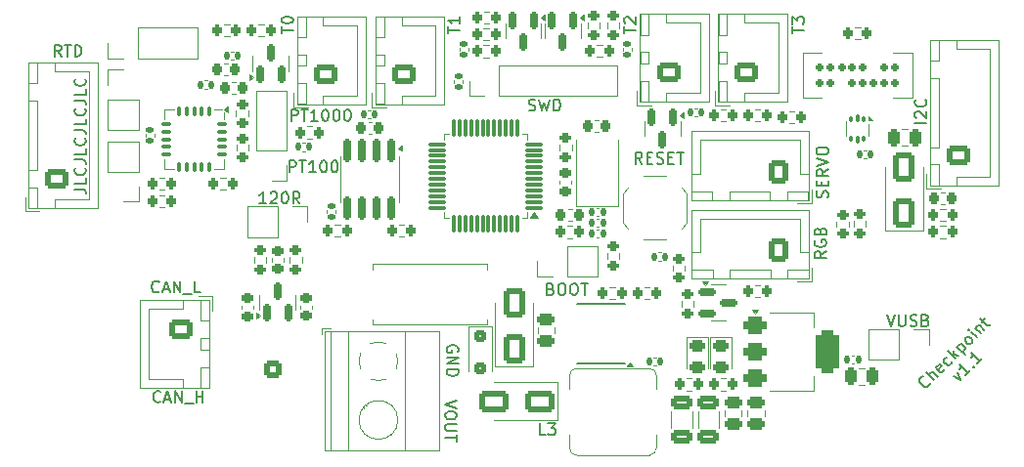
<source format=gbr>
%TF.GenerationSoftware,KiCad,Pcbnew,8.0.2-1*%
%TF.CreationDate,2024-05-31T20:33:29-04:00*%
%TF.ProjectId,checkpoint,63686563-6b70-46f6-996e-742e6b696361,v1.1*%
%TF.SameCoordinates,Original*%
%TF.FileFunction,Legend,Top*%
%TF.FilePolarity,Positive*%
%FSLAX46Y46*%
G04 Gerber Fmt 4.6, Leading zero omitted, Abs format (unit mm)*
G04 Created by KiCad (PCBNEW 8.0.2-1) date 2024-05-31 20:33:29*
%MOMM*%
%LPD*%
G01*
G04 APERTURE LIST*
G04 Aperture macros list*
%AMRoundRect*
0 Rectangle with rounded corners*
0 $1 Rounding radius*
0 $2 $3 $4 $5 $6 $7 $8 $9 X,Y pos of 4 corners*
0 Add a 4 corners polygon primitive as box body*
4,1,4,$2,$3,$4,$5,$6,$7,$8,$9,$2,$3,0*
0 Add four circle primitives for the rounded corners*
1,1,$1+$1,$2,$3*
1,1,$1+$1,$4,$5*
1,1,$1+$1,$6,$7*
1,1,$1+$1,$8,$9*
0 Add four rect primitives between the rounded corners*
20,1,$1+$1,$2,$3,$4,$5,0*
20,1,$1+$1,$4,$5,$6,$7,0*
20,1,$1+$1,$6,$7,$8,$9,0*
20,1,$1+$1,$8,$9,$2,$3,0*%
%AMHorizOval*
0 Thick line with rounded ends*
0 $1 width*
0 $2 $3 position (X,Y) of the first rounded end (center of the circle)*
0 $4 $5 position (X,Y) of the second rounded end (center of the circle)*
0 Add line between two ends*
20,1,$1,$2,$3,$4,$5,0*
0 Add two circle primitives to create the rounded ends*
1,1,$1,$2,$3*
1,1,$1,$4,$5*%
G04 Aperture macros list end*
%ADD10C,0.200000*%
%ADD11C,0.150000*%
%ADD12C,0.120000*%
%ADD13C,0.100000*%
%ADD14RoundRect,0.250000X0.750000X-0.600000X0.750000X0.600000X-0.750000X0.600000X-0.750000X-0.600000X0*%
%ADD15O,2.000000X1.700000*%
%ADD16RoundRect,0.140000X0.140000X0.170000X-0.140000X0.170000X-0.140000X-0.170000X0.140000X-0.170000X0*%
%ADD17RoundRect,0.200000X0.275000X-0.200000X0.275000X0.200000X-0.275000X0.200000X-0.275000X-0.200000X0*%
%ADD18RoundRect,0.250000X0.475000X-0.250000X0.475000X0.250000X-0.475000X0.250000X-0.475000X-0.250000X0*%
%ADD19RoundRect,0.200000X0.200000X0.275000X-0.200000X0.275000X-0.200000X-0.275000X0.200000X-0.275000X0*%
%ADD20R,1.700000X1.700000*%
%ADD21O,1.700000X1.700000*%
%ADD22RoundRect,0.075000X-0.075000X0.337500X-0.075000X-0.337500X0.075000X-0.337500X0.075000X0.337500X0*%
%ADD23RoundRect,0.075000X-0.337500X0.075000X-0.337500X-0.075000X0.337500X-0.075000X0.337500X0.075000X0*%
%ADD24R,3.250000X3.250000*%
%ADD25RoundRect,0.250000X-0.475000X0.250000X-0.475000X-0.250000X0.475000X-0.250000X0.475000X0.250000X0*%
%ADD26RoundRect,0.093750X-0.093750X0.156250X-0.093750X-0.156250X0.093750X-0.156250X0.093750X0.156250X0*%
%ADD27RoundRect,0.075000X-0.075000X0.250000X-0.075000X-0.250000X0.075000X-0.250000X0.075000X0.250000X0*%
%ADD28RoundRect,0.225000X0.225000X0.250000X-0.225000X0.250000X-0.225000X-0.250000X0.225000X-0.250000X0*%
%ADD29RoundRect,0.140000X-0.170000X0.140000X-0.170000X-0.140000X0.170000X-0.140000X0.170000X0.140000X0*%
%ADD30RoundRect,0.250000X0.650000X-1.000000X0.650000X1.000000X-0.650000X1.000000X-0.650000X-1.000000X0*%
%ADD31RoundRect,0.200000X-0.200000X-0.275000X0.200000X-0.275000X0.200000X0.275000X-0.200000X0.275000X0*%
%ADD32RoundRect,0.150000X0.150000X-0.587500X0.150000X0.587500X-0.150000X0.587500X-0.150000X-0.587500X0*%
%ADD33RoundRect,0.243750X-0.456250X0.243750X-0.456250X-0.243750X0.456250X-0.243750X0.456250X0.243750X0*%
%ADD34RoundRect,0.140000X-0.140000X-0.170000X0.140000X-0.170000X0.140000X0.170000X-0.140000X0.170000X0*%
%ADD35RoundRect,0.250000X-0.650000X0.325000X-0.650000X-0.325000X0.650000X-0.325000X0.650000X0.325000X0*%
%ADD36RoundRect,0.250000X-0.750000X0.600000X-0.750000X-0.600000X0.750000X-0.600000X0.750000X0.600000X0*%
%ADD37RoundRect,0.218750X0.218750X0.256250X-0.218750X0.256250X-0.218750X-0.256250X0.218750X-0.256250X0*%
%ADD38RoundRect,0.075000X0.662500X0.075000X-0.662500X0.075000X-0.662500X-0.075000X0.662500X-0.075000X0*%
%ADD39RoundRect,0.075000X0.075000X0.662500X-0.075000X0.662500X-0.075000X-0.662500X0.075000X-0.662500X0*%
%ADD40R,2.600000X2.600000*%
%ADD41C,2.600000*%
%ADD42RoundRect,0.150000X-0.150000X0.587500X-0.150000X-0.587500X0.150000X-0.587500X0.150000X0.587500X0*%
%ADD43RoundRect,0.250000X-0.250000X-0.475000X0.250000X-0.475000X0.250000X0.475000X-0.250000X0.475000X0*%
%ADD44RoundRect,0.225000X-0.250000X0.225000X-0.250000X-0.225000X0.250000X-0.225000X0.250000X0.225000X0*%
%ADD45RoundRect,0.150000X-0.150000X0.825000X-0.150000X-0.825000X0.150000X-0.825000X0.150000X0.825000X0*%
%ADD46RoundRect,0.250000X0.600000X0.725000X-0.600000X0.725000X-0.600000X-0.725000X0.600000X-0.725000X0*%
%ADD47O,1.700000X1.950000*%
%ADD48RoundRect,0.200000X-0.275000X0.200000X-0.275000X-0.200000X0.275000X-0.200000X0.275000X0.200000X0*%
%ADD49R,1.550000X0.600000*%
%ADD50R,2.600000X3.100000*%
%ADD51RoundRect,0.375000X-0.625000X-0.375000X0.625000X-0.375000X0.625000X0.375000X-0.625000X0.375000X0*%
%ADD52RoundRect,0.500000X-0.500000X-1.400000X0.500000X-1.400000X0.500000X1.400000X-0.500000X1.400000X0*%
%ADD53R,4.240000X3.810000*%
%ADD54R,3.000000X3.500000*%
%ADD55RoundRect,0.225000X-0.225000X-0.250000X0.225000X-0.250000X0.225000X0.250000X-0.225000X0.250000X0*%
%ADD56R,2.400000X2.000000*%
%ADD57RoundRect,0.225000X0.250000X-0.225000X0.250000X0.225000X-0.250000X0.225000X-0.250000X-0.225000X0*%
%ADD58RoundRect,0.250000X0.725000X-0.600000X0.725000X0.600000X-0.725000X0.600000X-0.725000X-0.600000X0*%
%ADD59O,1.950000X1.700000*%
%ADD60R,0.750000X1.000000*%
%ADD61RoundRect,0.250000X1.000000X0.650000X-1.000000X0.650000X-1.000000X-0.650000X1.000000X-0.650000X0*%
%ADD62RoundRect,0.150000X-0.150000X-0.150000X0.150000X-0.150000X0.150000X0.150000X-0.150000X0.150000X0*%
%ADD63O,1.800000X0.900000*%
%ADD64RoundRect,0.250000X-0.300000X0.300000X-0.300000X-0.300000X0.300000X-0.300000X0.300000X0.300000X0*%
%ADD65RoundRect,0.150000X-0.587500X-0.150000X0.587500X-0.150000X0.587500X0.150000X-0.587500X0.150000X0*%
%ADD66C,1.020000*%
%ADD67RoundRect,0.250001X0.499999X0.499999X-0.499999X0.499999X-0.499999X-0.499999X0.499999X-0.499999X0*%
%ADD68C,1.500000*%
%ADD69RoundRect,0.250000X0.088388X-0.936916X0.936916X-0.088388X-0.088388X0.936916X-0.936916X0.088388X0*%
%ADD70HorizOval,1.700000X-0.088388X0.088388X0.088388X-0.088388X0*%
G04 APERTURE END LIST*
D10*
X12631101Y-25901980D02*
X12583482Y-25949600D01*
X12583482Y-25949600D02*
X12440625Y-25997219D01*
X12440625Y-25997219D02*
X12345387Y-25997219D01*
X12345387Y-25997219D02*
X12202530Y-25949600D01*
X12202530Y-25949600D02*
X12107292Y-25854361D01*
X12107292Y-25854361D02*
X12059673Y-25759123D01*
X12059673Y-25759123D02*
X12012054Y-25568647D01*
X12012054Y-25568647D02*
X12012054Y-25425790D01*
X12012054Y-25425790D02*
X12059673Y-25235314D01*
X12059673Y-25235314D02*
X12107292Y-25140076D01*
X12107292Y-25140076D02*
X12202530Y-25044838D01*
X12202530Y-25044838D02*
X12345387Y-24997219D01*
X12345387Y-24997219D02*
X12440625Y-24997219D01*
X12440625Y-24997219D02*
X12583482Y-25044838D01*
X12583482Y-25044838D02*
X12631101Y-25092457D01*
X13012054Y-25711504D02*
X13488244Y-25711504D01*
X12916816Y-25997219D02*
X13250149Y-24997219D01*
X13250149Y-24997219D02*
X13583482Y-25997219D01*
X13916816Y-25997219D02*
X13916816Y-24997219D01*
X13916816Y-24997219D02*
X14488244Y-25997219D01*
X14488244Y-25997219D02*
X14488244Y-24997219D01*
X14726340Y-26092457D02*
X15488244Y-26092457D01*
X16202530Y-25997219D02*
X15726340Y-25997219D01*
X15726340Y-25997219D02*
X15726340Y-24997219D01*
D11*
X5299819Y-17047506D02*
X6014104Y-17047506D01*
X6014104Y-17047506D02*
X6156961Y-17095125D01*
X6156961Y-17095125D02*
X6252200Y-17190363D01*
X6252200Y-17190363D02*
X6299819Y-17333220D01*
X6299819Y-17333220D02*
X6299819Y-17428458D01*
X6299819Y-16095125D02*
X6299819Y-16571315D01*
X6299819Y-16571315D02*
X5299819Y-16571315D01*
X6204580Y-15190363D02*
X6252200Y-15237982D01*
X6252200Y-15237982D02*
X6299819Y-15380839D01*
X6299819Y-15380839D02*
X6299819Y-15476077D01*
X6299819Y-15476077D02*
X6252200Y-15618934D01*
X6252200Y-15618934D02*
X6156961Y-15714172D01*
X6156961Y-15714172D02*
X6061723Y-15761791D01*
X6061723Y-15761791D02*
X5871247Y-15809410D01*
X5871247Y-15809410D02*
X5728390Y-15809410D01*
X5728390Y-15809410D02*
X5537914Y-15761791D01*
X5537914Y-15761791D02*
X5442676Y-15714172D01*
X5442676Y-15714172D02*
X5347438Y-15618934D01*
X5347438Y-15618934D02*
X5299819Y-15476077D01*
X5299819Y-15476077D02*
X5299819Y-15380839D01*
X5299819Y-15380839D02*
X5347438Y-15237982D01*
X5347438Y-15237982D02*
X5395057Y-15190363D01*
X5299819Y-14476077D02*
X6014104Y-14476077D01*
X6014104Y-14476077D02*
X6156961Y-14523696D01*
X6156961Y-14523696D02*
X6252200Y-14618934D01*
X6252200Y-14618934D02*
X6299819Y-14761791D01*
X6299819Y-14761791D02*
X6299819Y-14857029D01*
X6299819Y-13523696D02*
X6299819Y-13999886D01*
X6299819Y-13999886D02*
X5299819Y-13999886D01*
X6204580Y-12618934D02*
X6252200Y-12666553D01*
X6252200Y-12666553D02*
X6299819Y-12809410D01*
X6299819Y-12809410D02*
X6299819Y-12904648D01*
X6299819Y-12904648D02*
X6252200Y-13047505D01*
X6252200Y-13047505D02*
X6156961Y-13142743D01*
X6156961Y-13142743D02*
X6061723Y-13190362D01*
X6061723Y-13190362D02*
X5871247Y-13237981D01*
X5871247Y-13237981D02*
X5728390Y-13237981D01*
X5728390Y-13237981D02*
X5537914Y-13190362D01*
X5537914Y-13190362D02*
X5442676Y-13142743D01*
X5442676Y-13142743D02*
X5347438Y-13047505D01*
X5347438Y-13047505D02*
X5299819Y-12904648D01*
X5299819Y-12904648D02*
X5299819Y-12809410D01*
X5299819Y-12809410D02*
X5347438Y-12666553D01*
X5347438Y-12666553D02*
X5395057Y-12618934D01*
X5299819Y-11904648D02*
X6014104Y-11904648D01*
X6014104Y-11904648D02*
X6156961Y-11952267D01*
X6156961Y-11952267D02*
X6252200Y-12047505D01*
X6252200Y-12047505D02*
X6299819Y-12190362D01*
X6299819Y-12190362D02*
X6299819Y-12285600D01*
X6299819Y-10952267D02*
X6299819Y-11428457D01*
X6299819Y-11428457D02*
X5299819Y-11428457D01*
X6204580Y-10047505D02*
X6252200Y-10095124D01*
X6252200Y-10095124D02*
X6299819Y-10237981D01*
X6299819Y-10237981D02*
X6299819Y-10333219D01*
X6299819Y-10333219D02*
X6252200Y-10476076D01*
X6252200Y-10476076D02*
X6156961Y-10571314D01*
X6156961Y-10571314D02*
X6061723Y-10618933D01*
X6061723Y-10618933D02*
X5871247Y-10666552D01*
X5871247Y-10666552D02*
X5728390Y-10666552D01*
X5728390Y-10666552D02*
X5537914Y-10618933D01*
X5537914Y-10618933D02*
X5442676Y-10571314D01*
X5442676Y-10571314D02*
X5347438Y-10476076D01*
X5347438Y-10476076D02*
X5299819Y-10333219D01*
X5299819Y-10333219D02*
X5299819Y-10237981D01*
X5299819Y-10237981D02*
X5347438Y-10095124D01*
X5347438Y-10095124D02*
X5395057Y-10047505D01*
X5299819Y-9333219D02*
X6014104Y-9333219D01*
X6014104Y-9333219D02*
X6156961Y-9380838D01*
X6156961Y-9380838D02*
X6252200Y-9476076D01*
X6252200Y-9476076D02*
X6299819Y-9618933D01*
X6299819Y-9618933D02*
X6299819Y-9714171D01*
X6299819Y-8380838D02*
X6299819Y-8857028D01*
X6299819Y-8857028D02*
X5299819Y-8857028D01*
X6204580Y-7476076D02*
X6252200Y-7523695D01*
X6252200Y-7523695D02*
X6299819Y-7666552D01*
X6299819Y-7666552D02*
X6299819Y-7761790D01*
X6299819Y-7761790D02*
X6252200Y-7904647D01*
X6252200Y-7904647D02*
X6156961Y-7999885D01*
X6156961Y-7999885D02*
X6061723Y-8047504D01*
X6061723Y-8047504D02*
X5871247Y-8095123D01*
X5871247Y-8095123D02*
X5728390Y-8095123D01*
X5728390Y-8095123D02*
X5537914Y-8047504D01*
X5537914Y-8047504D02*
X5442676Y-7999885D01*
X5442676Y-7999885D02*
X5347438Y-7904647D01*
X5347438Y-7904647D02*
X5299819Y-7761790D01*
X5299819Y-7761790D02*
X5299819Y-7666552D01*
X5299819Y-7666552D02*
X5347438Y-7523695D01*
X5347438Y-7523695D02*
X5395057Y-7476076D01*
D10*
X37687219Y-3532065D02*
X37687219Y-2960637D01*
X38687219Y-3246351D02*
X37687219Y-3246351D01*
X38687219Y-2103494D02*
X38687219Y-2674922D01*
X38687219Y-2389208D02*
X37687219Y-2389208D01*
X37687219Y-2389208D02*
X37830076Y-2484446D01*
X37830076Y-2484446D02*
X37925314Y-2579684D01*
X37925314Y-2579684D02*
X37972933Y-2674922D01*
X12761101Y-35421980D02*
X12713482Y-35469600D01*
X12713482Y-35469600D02*
X12570625Y-35517219D01*
X12570625Y-35517219D02*
X12475387Y-35517219D01*
X12475387Y-35517219D02*
X12332530Y-35469600D01*
X12332530Y-35469600D02*
X12237292Y-35374361D01*
X12237292Y-35374361D02*
X12189673Y-35279123D01*
X12189673Y-35279123D02*
X12142054Y-35088647D01*
X12142054Y-35088647D02*
X12142054Y-34945790D01*
X12142054Y-34945790D02*
X12189673Y-34755314D01*
X12189673Y-34755314D02*
X12237292Y-34660076D01*
X12237292Y-34660076D02*
X12332530Y-34564838D01*
X12332530Y-34564838D02*
X12475387Y-34517219D01*
X12475387Y-34517219D02*
X12570625Y-34517219D01*
X12570625Y-34517219D02*
X12713482Y-34564838D01*
X12713482Y-34564838D02*
X12761101Y-34612457D01*
X13142054Y-35231504D02*
X13618244Y-35231504D01*
X13046816Y-35517219D02*
X13380149Y-34517219D01*
X13380149Y-34517219D02*
X13713482Y-35517219D01*
X14046816Y-35517219D02*
X14046816Y-34517219D01*
X14046816Y-34517219D02*
X14618244Y-35517219D01*
X14618244Y-35517219D02*
X14618244Y-34517219D01*
X14856340Y-35612457D02*
X15618244Y-35612457D01*
X15856340Y-35517219D02*
X15856340Y-34517219D01*
X15856340Y-34993409D02*
X16427768Y-34993409D01*
X16427768Y-35517219D02*
X16427768Y-34517219D01*
X54451101Y-14837219D02*
X54117768Y-14361028D01*
X53879673Y-14837219D02*
X53879673Y-13837219D01*
X53879673Y-13837219D02*
X54260625Y-13837219D01*
X54260625Y-13837219D02*
X54355863Y-13884838D01*
X54355863Y-13884838D02*
X54403482Y-13932457D01*
X54403482Y-13932457D02*
X54451101Y-14027695D01*
X54451101Y-14027695D02*
X54451101Y-14170552D01*
X54451101Y-14170552D02*
X54403482Y-14265790D01*
X54403482Y-14265790D02*
X54355863Y-14313409D01*
X54355863Y-14313409D02*
X54260625Y-14361028D01*
X54260625Y-14361028D02*
X53879673Y-14361028D01*
X54879673Y-14313409D02*
X55213006Y-14313409D01*
X55355863Y-14837219D02*
X54879673Y-14837219D01*
X54879673Y-14837219D02*
X54879673Y-13837219D01*
X54879673Y-13837219D02*
X55355863Y-13837219D01*
X55736816Y-14789600D02*
X55879673Y-14837219D01*
X55879673Y-14837219D02*
X56117768Y-14837219D01*
X56117768Y-14837219D02*
X56213006Y-14789600D01*
X56213006Y-14789600D02*
X56260625Y-14741980D01*
X56260625Y-14741980D02*
X56308244Y-14646742D01*
X56308244Y-14646742D02*
X56308244Y-14551504D01*
X56308244Y-14551504D02*
X56260625Y-14456266D01*
X56260625Y-14456266D02*
X56213006Y-14408647D01*
X56213006Y-14408647D02*
X56117768Y-14361028D01*
X56117768Y-14361028D02*
X55927292Y-14313409D01*
X55927292Y-14313409D02*
X55832054Y-14265790D01*
X55832054Y-14265790D02*
X55784435Y-14218171D01*
X55784435Y-14218171D02*
X55736816Y-14122933D01*
X55736816Y-14122933D02*
X55736816Y-14027695D01*
X55736816Y-14027695D02*
X55784435Y-13932457D01*
X55784435Y-13932457D02*
X55832054Y-13884838D01*
X55832054Y-13884838D02*
X55927292Y-13837219D01*
X55927292Y-13837219D02*
X56165387Y-13837219D01*
X56165387Y-13837219D02*
X56308244Y-13884838D01*
X56736816Y-14313409D02*
X57070149Y-14313409D01*
X57213006Y-14837219D02*
X56736816Y-14837219D01*
X56736816Y-14837219D02*
X56736816Y-13837219D01*
X56736816Y-13837219D02*
X57213006Y-13837219D01*
X57498721Y-13837219D02*
X58070149Y-13837219D01*
X57784435Y-14837219D02*
X57784435Y-13837219D01*
X23929673Y-15567219D02*
X23929673Y-14567219D01*
X23929673Y-14567219D02*
X24310625Y-14567219D01*
X24310625Y-14567219D02*
X24405863Y-14614838D01*
X24405863Y-14614838D02*
X24453482Y-14662457D01*
X24453482Y-14662457D02*
X24501101Y-14757695D01*
X24501101Y-14757695D02*
X24501101Y-14900552D01*
X24501101Y-14900552D02*
X24453482Y-14995790D01*
X24453482Y-14995790D02*
X24405863Y-15043409D01*
X24405863Y-15043409D02*
X24310625Y-15091028D01*
X24310625Y-15091028D02*
X23929673Y-15091028D01*
X24786816Y-14567219D02*
X25358244Y-14567219D01*
X25072530Y-15567219D02*
X25072530Y-14567219D01*
X26215387Y-15567219D02*
X25643959Y-15567219D01*
X25929673Y-15567219D02*
X25929673Y-14567219D01*
X25929673Y-14567219D02*
X25834435Y-14710076D01*
X25834435Y-14710076D02*
X25739197Y-14805314D01*
X25739197Y-14805314D02*
X25643959Y-14852933D01*
X26834435Y-14567219D02*
X26929673Y-14567219D01*
X26929673Y-14567219D02*
X27024911Y-14614838D01*
X27024911Y-14614838D02*
X27072530Y-14662457D01*
X27072530Y-14662457D02*
X27120149Y-14757695D01*
X27120149Y-14757695D02*
X27167768Y-14948171D01*
X27167768Y-14948171D02*
X27167768Y-15186266D01*
X27167768Y-15186266D02*
X27120149Y-15376742D01*
X27120149Y-15376742D02*
X27072530Y-15471980D01*
X27072530Y-15471980D02*
X27024911Y-15519600D01*
X27024911Y-15519600D02*
X26929673Y-15567219D01*
X26929673Y-15567219D02*
X26834435Y-15567219D01*
X26834435Y-15567219D02*
X26739197Y-15519600D01*
X26739197Y-15519600D02*
X26691578Y-15471980D01*
X26691578Y-15471980D02*
X26643959Y-15376742D01*
X26643959Y-15376742D02*
X26596340Y-15186266D01*
X26596340Y-15186266D02*
X26596340Y-14948171D01*
X26596340Y-14948171D02*
X26643959Y-14757695D01*
X26643959Y-14757695D02*
X26691578Y-14662457D01*
X26691578Y-14662457D02*
X26739197Y-14614838D01*
X26739197Y-14614838D02*
X26834435Y-14567219D01*
X27786816Y-14567219D02*
X27882054Y-14567219D01*
X27882054Y-14567219D02*
X27977292Y-14614838D01*
X27977292Y-14614838D02*
X28024911Y-14662457D01*
X28024911Y-14662457D02*
X28072530Y-14757695D01*
X28072530Y-14757695D02*
X28120149Y-14948171D01*
X28120149Y-14948171D02*
X28120149Y-15186266D01*
X28120149Y-15186266D02*
X28072530Y-15376742D01*
X28072530Y-15376742D02*
X28024911Y-15471980D01*
X28024911Y-15471980D02*
X27977292Y-15519600D01*
X27977292Y-15519600D02*
X27882054Y-15567219D01*
X27882054Y-15567219D02*
X27786816Y-15567219D01*
X27786816Y-15567219D02*
X27691578Y-15519600D01*
X27691578Y-15519600D02*
X27643959Y-15471980D01*
X27643959Y-15471980D02*
X27596340Y-15376742D01*
X27596340Y-15376742D02*
X27548721Y-15186266D01*
X27548721Y-15186266D02*
X27548721Y-14948171D01*
X27548721Y-14948171D02*
X27596340Y-14757695D01*
X27596340Y-14757695D02*
X27643959Y-14662457D01*
X27643959Y-14662457D02*
X27691578Y-14614838D01*
X27691578Y-14614838D02*
X27786816Y-14567219D01*
X70387219Y-22428898D02*
X69911028Y-22762231D01*
X70387219Y-23000326D02*
X69387219Y-23000326D01*
X69387219Y-23000326D02*
X69387219Y-22619374D01*
X69387219Y-22619374D02*
X69434838Y-22524136D01*
X69434838Y-22524136D02*
X69482457Y-22476517D01*
X69482457Y-22476517D02*
X69577695Y-22428898D01*
X69577695Y-22428898D02*
X69720552Y-22428898D01*
X69720552Y-22428898D02*
X69815790Y-22476517D01*
X69815790Y-22476517D02*
X69863409Y-22524136D01*
X69863409Y-22524136D02*
X69911028Y-22619374D01*
X69911028Y-22619374D02*
X69911028Y-23000326D01*
X69434838Y-21476517D02*
X69387219Y-21571755D01*
X69387219Y-21571755D02*
X69387219Y-21714612D01*
X69387219Y-21714612D02*
X69434838Y-21857469D01*
X69434838Y-21857469D02*
X69530076Y-21952707D01*
X69530076Y-21952707D02*
X69625314Y-22000326D01*
X69625314Y-22000326D02*
X69815790Y-22047945D01*
X69815790Y-22047945D02*
X69958647Y-22047945D01*
X69958647Y-22047945D02*
X70149123Y-22000326D01*
X70149123Y-22000326D02*
X70244361Y-21952707D01*
X70244361Y-21952707D02*
X70339600Y-21857469D01*
X70339600Y-21857469D02*
X70387219Y-21714612D01*
X70387219Y-21714612D02*
X70387219Y-21619374D01*
X70387219Y-21619374D02*
X70339600Y-21476517D01*
X70339600Y-21476517D02*
X70291980Y-21428898D01*
X70291980Y-21428898D02*
X69958647Y-21428898D01*
X69958647Y-21428898D02*
X69958647Y-21619374D01*
X69863409Y-20666993D02*
X69911028Y-20524136D01*
X69911028Y-20524136D02*
X69958647Y-20476517D01*
X69958647Y-20476517D02*
X70053885Y-20428898D01*
X70053885Y-20428898D02*
X70196742Y-20428898D01*
X70196742Y-20428898D02*
X70291980Y-20476517D01*
X70291980Y-20476517D02*
X70339600Y-20524136D01*
X70339600Y-20524136D02*
X70387219Y-20619374D01*
X70387219Y-20619374D02*
X70387219Y-21000326D01*
X70387219Y-21000326D02*
X69387219Y-21000326D01*
X69387219Y-21000326D02*
X69387219Y-20666993D01*
X69387219Y-20666993D02*
X69434838Y-20571755D01*
X69434838Y-20571755D02*
X69482457Y-20524136D01*
X69482457Y-20524136D02*
X69577695Y-20476517D01*
X69577695Y-20476517D02*
X69672933Y-20476517D01*
X69672933Y-20476517D02*
X69768171Y-20524136D01*
X69768171Y-20524136D02*
X69815790Y-20571755D01*
X69815790Y-20571755D02*
X69863409Y-20666993D01*
X69863409Y-20666993D02*
X69863409Y-21000326D01*
X46553006Y-25683409D02*
X46695863Y-25731028D01*
X46695863Y-25731028D02*
X46743482Y-25778647D01*
X46743482Y-25778647D02*
X46791101Y-25873885D01*
X46791101Y-25873885D02*
X46791101Y-26016742D01*
X46791101Y-26016742D02*
X46743482Y-26111980D01*
X46743482Y-26111980D02*
X46695863Y-26159600D01*
X46695863Y-26159600D02*
X46600625Y-26207219D01*
X46600625Y-26207219D02*
X46219673Y-26207219D01*
X46219673Y-26207219D02*
X46219673Y-25207219D01*
X46219673Y-25207219D02*
X46553006Y-25207219D01*
X46553006Y-25207219D02*
X46648244Y-25254838D01*
X46648244Y-25254838D02*
X46695863Y-25302457D01*
X46695863Y-25302457D02*
X46743482Y-25397695D01*
X46743482Y-25397695D02*
X46743482Y-25492933D01*
X46743482Y-25492933D02*
X46695863Y-25588171D01*
X46695863Y-25588171D02*
X46648244Y-25635790D01*
X46648244Y-25635790D02*
X46553006Y-25683409D01*
X46553006Y-25683409D02*
X46219673Y-25683409D01*
X47410149Y-25207219D02*
X47600625Y-25207219D01*
X47600625Y-25207219D02*
X47695863Y-25254838D01*
X47695863Y-25254838D02*
X47791101Y-25350076D01*
X47791101Y-25350076D02*
X47838720Y-25540552D01*
X47838720Y-25540552D02*
X47838720Y-25873885D01*
X47838720Y-25873885D02*
X47791101Y-26064361D01*
X47791101Y-26064361D02*
X47695863Y-26159600D01*
X47695863Y-26159600D02*
X47600625Y-26207219D01*
X47600625Y-26207219D02*
X47410149Y-26207219D01*
X47410149Y-26207219D02*
X47314911Y-26159600D01*
X47314911Y-26159600D02*
X47219673Y-26064361D01*
X47219673Y-26064361D02*
X47172054Y-25873885D01*
X47172054Y-25873885D02*
X47172054Y-25540552D01*
X47172054Y-25540552D02*
X47219673Y-25350076D01*
X47219673Y-25350076D02*
X47314911Y-25254838D01*
X47314911Y-25254838D02*
X47410149Y-25207219D01*
X48457768Y-25207219D02*
X48648244Y-25207219D01*
X48648244Y-25207219D02*
X48743482Y-25254838D01*
X48743482Y-25254838D02*
X48838720Y-25350076D01*
X48838720Y-25350076D02*
X48886339Y-25540552D01*
X48886339Y-25540552D02*
X48886339Y-25873885D01*
X48886339Y-25873885D02*
X48838720Y-26064361D01*
X48838720Y-26064361D02*
X48743482Y-26159600D01*
X48743482Y-26159600D02*
X48648244Y-26207219D01*
X48648244Y-26207219D02*
X48457768Y-26207219D01*
X48457768Y-26207219D02*
X48362530Y-26159600D01*
X48362530Y-26159600D02*
X48267292Y-26064361D01*
X48267292Y-26064361D02*
X48219673Y-25873885D01*
X48219673Y-25873885D02*
X48219673Y-25540552D01*
X48219673Y-25540552D02*
X48267292Y-25350076D01*
X48267292Y-25350076D02*
X48362530Y-25254838D01*
X48362530Y-25254838D02*
X48457768Y-25207219D01*
X49172054Y-25207219D02*
X49743482Y-25207219D01*
X49457768Y-26207219D02*
X49457768Y-25207219D01*
X24079673Y-11127219D02*
X24079673Y-10127219D01*
X24079673Y-10127219D02*
X24460625Y-10127219D01*
X24460625Y-10127219D02*
X24555863Y-10174838D01*
X24555863Y-10174838D02*
X24603482Y-10222457D01*
X24603482Y-10222457D02*
X24651101Y-10317695D01*
X24651101Y-10317695D02*
X24651101Y-10460552D01*
X24651101Y-10460552D02*
X24603482Y-10555790D01*
X24603482Y-10555790D02*
X24555863Y-10603409D01*
X24555863Y-10603409D02*
X24460625Y-10651028D01*
X24460625Y-10651028D02*
X24079673Y-10651028D01*
X24936816Y-10127219D02*
X25508244Y-10127219D01*
X25222530Y-11127219D02*
X25222530Y-10127219D01*
X26365387Y-11127219D02*
X25793959Y-11127219D01*
X26079673Y-11127219D02*
X26079673Y-10127219D01*
X26079673Y-10127219D02*
X25984435Y-10270076D01*
X25984435Y-10270076D02*
X25889197Y-10365314D01*
X25889197Y-10365314D02*
X25793959Y-10412933D01*
X26984435Y-10127219D02*
X27079673Y-10127219D01*
X27079673Y-10127219D02*
X27174911Y-10174838D01*
X27174911Y-10174838D02*
X27222530Y-10222457D01*
X27222530Y-10222457D02*
X27270149Y-10317695D01*
X27270149Y-10317695D02*
X27317768Y-10508171D01*
X27317768Y-10508171D02*
X27317768Y-10746266D01*
X27317768Y-10746266D02*
X27270149Y-10936742D01*
X27270149Y-10936742D02*
X27222530Y-11031980D01*
X27222530Y-11031980D02*
X27174911Y-11079600D01*
X27174911Y-11079600D02*
X27079673Y-11127219D01*
X27079673Y-11127219D02*
X26984435Y-11127219D01*
X26984435Y-11127219D02*
X26889197Y-11079600D01*
X26889197Y-11079600D02*
X26841578Y-11031980D01*
X26841578Y-11031980D02*
X26793959Y-10936742D01*
X26793959Y-10936742D02*
X26746340Y-10746266D01*
X26746340Y-10746266D02*
X26746340Y-10508171D01*
X26746340Y-10508171D02*
X26793959Y-10317695D01*
X26793959Y-10317695D02*
X26841578Y-10222457D01*
X26841578Y-10222457D02*
X26889197Y-10174838D01*
X26889197Y-10174838D02*
X26984435Y-10127219D01*
X27936816Y-10127219D02*
X28032054Y-10127219D01*
X28032054Y-10127219D02*
X28127292Y-10174838D01*
X28127292Y-10174838D02*
X28174911Y-10222457D01*
X28174911Y-10222457D02*
X28222530Y-10317695D01*
X28222530Y-10317695D02*
X28270149Y-10508171D01*
X28270149Y-10508171D02*
X28270149Y-10746266D01*
X28270149Y-10746266D02*
X28222530Y-10936742D01*
X28222530Y-10936742D02*
X28174911Y-11031980D01*
X28174911Y-11031980D02*
X28127292Y-11079600D01*
X28127292Y-11079600D02*
X28032054Y-11127219D01*
X28032054Y-11127219D02*
X27936816Y-11127219D01*
X27936816Y-11127219D02*
X27841578Y-11079600D01*
X27841578Y-11079600D02*
X27793959Y-11031980D01*
X27793959Y-11031980D02*
X27746340Y-10936742D01*
X27746340Y-10936742D02*
X27698721Y-10746266D01*
X27698721Y-10746266D02*
X27698721Y-10508171D01*
X27698721Y-10508171D02*
X27746340Y-10317695D01*
X27746340Y-10317695D02*
X27793959Y-10222457D01*
X27793959Y-10222457D02*
X27841578Y-10174838D01*
X27841578Y-10174838D02*
X27936816Y-10127219D01*
X28889197Y-10127219D02*
X28984435Y-10127219D01*
X28984435Y-10127219D02*
X29079673Y-10174838D01*
X29079673Y-10174838D02*
X29127292Y-10222457D01*
X29127292Y-10222457D02*
X29174911Y-10317695D01*
X29174911Y-10317695D02*
X29222530Y-10508171D01*
X29222530Y-10508171D02*
X29222530Y-10746266D01*
X29222530Y-10746266D02*
X29174911Y-10936742D01*
X29174911Y-10936742D02*
X29127292Y-11031980D01*
X29127292Y-11031980D02*
X29079673Y-11079600D01*
X29079673Y-11079600D02*
X28984435Y-11127219D01*
X28984435Y-11127219D02*
X28889197Y-11127219D01*
X28889197Y-11127219D02*
X28793959Y-11079600D01*
X28793959Y-11079600D02*
X28746340Y-11031980D01*
X28746340Y-11031980D02*
X28698721Y-10936742D01*
X28698721Y-10936742D02*
X28651102Y-10746266D01*
X28651102Y-10746266D02*
X28651102Y-10508171D01*
X28651102Y-10508171D02*
X28698721Y-10317695D01*
X28698721Y-10317695D02*
X28746340Y-10222457D01*
X28746340Y-10222457D02*
X28793959Y-10174838D01*
X28793959Y-10174838D02*
X28889197Y-10127219D01*
X23237219Y-3532065D02*
X23237219Y-2960637D01*
X24237219Y-3246351D02*
X23237219Y-3246351D01*
X23237219Y-2436827D02*
X23237219Y-2341589D01*
X23237219Y-2341589D02*
X23284838Y-2246351D01*
X23284838Y-2246351D02*
X23332457Y-2198732D01*
X23332457Y-2198732D02*
X23427695Y-2151113D01*
X23427695Y-2151113D02*
X23618171Y-2103494D01*
X23618171Y-2103494D02*
X23856266Y-2103494D01*
X23856266Y-2103494D02*
X24046742Y-2151113D01*
X24046742Y-2151113D02*
X24141980Y-2198732D01*
X24141980Y-2198732D02*
X24189600Y-2246351D01*
X24189600Y-2246351D02*
X24237219Y-2341589D01*
X24237219Y-2341589D02*
X24237219Y-2436827D01*
X24237219Y-2436827D02*
X24189600Y-2532065D01*
X24189600Y-2532065D02*
X24141980Y-2579684D01*
X24141980Y-2579684D02*
X24046742Y-2627303D01*
X24046742Y-2627303D02*
X23856266Y-2674922D01*
X23856266Y-2674922D02*
X23618171Y-2674922D01*
X23618171Y-2674922D02*
X23427695Y-2627303D01*
X23427695Y-2627303D02*
X23332457Y-2579684D01*
X23332457Y-2579684D02*
X23284838Y-2532065D01*
X23284838Y-2532065D02*
X23237219Y-2436827D01*
X70499600Y-17767945D02*
X70547219Y-17625088D01*
X70547219Y-17625088D02*
X70547219Y-17386993D01*
X70547219Y-17386993D02*
X70499600Y-17291755D01*
X70499600Y-17291755D02*
X70451980Y-17244136D01*
X70451980Y-17244136D02*
X70356742Y-17196517D01*
X70356742Y-17196517D02*
X70261504Y-17196517D01*
X70261504Y-17196517D02*
X70166266Y-17244136D01*
X70166266Y-17244136D02*
X70118647Y-17291755D01*
X70118647Y-17291755D02*
X70071028Y-17386993D01*
X70071028Y-17386993D02*
X70023409Y-17577469D01*
X70023409Y-17577469D02*
X69975790Y-17672707D01*
X69975790Y-17672707D02*
X69928171Y-17720326D01*
X69928171Y-17720326D02*
X69832933Y-17767945D01*
X69832933Y-17767945D02*
X69737695Y-17767945D01*
X69737695Y-17767945D02*
X69642457Y-17720326D01*
X69642457Y-17720326D02*
X69594838Y-17672707D01*
X69594838Y-17672707D02*
X69547219Y-17577469D01*
X69547219Y-17577469D02*
X69547219Y-17339374D01*
X69547219Y-17339374D02*
X69594838Y-17196517D01*
X70023409Y-16767945D02*
X70023409Y-16434612D01*
X70547219Y-16291755D02*
X70547219Y-16767945D01*
X70547219Y-16767945D02*
X69547219Y-16767945D01*
X69547219Y-16767945D02*
X69547219Y-16291755D01*
X70547219Y-15291755D02*
X70071028Y-15625088D01*
X70547219Y-15863183D02*
X69547219Y-15863183D01*
X69547219Y-15863183D02*
X69547219Y-15482231D01*
X69547219Y-15482231D02*
X69594838Y-15386993D01*
X69594838Y-15386993D02*
X69642457Y-15339374D01*
X69642457Y-15339374D02*
X69737695Y-15291755D01*
X69737695Y-15291755D02*
X69880552Y-15291755D01*
X69880552Y-15291755D02*
X69975790Y-15339374D01*
X69975790Y-15339374D02*
X70023409Y-15386993D01*
X70023409Y-15386993D02*
X70071028Y-15482231D01*
X70071028Y-15482231D02*
X70071028Y-15863183D01*
X69547219Y-15006040D02*
X70547219Y-14672707D01*
X70547219Y-14672707D02*
X69547219Y-14339374D01*
X69547219Y-13815564D02*
X69547219Y-13625088D01*
X69547219Y-13625088D02*
X69594838Y-13529850D01*
X69594838Y-13529850D02*
X69690076Y-13434612D01*
X69690076Y-13434612D02*
X69880552Y-13386993D01*
X69880552Y-13386993D02*
X70213885Y-13386993D01*
X70213885Y-13386993D02*
X70404361Y-13434612D01*
X70404361Y-13434612D02*
X70499600Y-13529850D01*
X70499600Y-13529850D02*
X70547219Y-13625088D01*
X70547219Y-13625088D02*
X70547219Y-13815564D01*
X70547219Y-13815564D02*
X70499600Y-13910802D01*
X70499600Y-13910802D02*
X70404361Y-14006040D01*
X70404361Y-14006040D02*
X70213885Y-14053659D01*
X70213885Y-14053659D02*
X69880552Y-14053659D01*
X69880552Y-14053659D02*
X69690076Y-14006040D01*
X69690076Y-14006040D02*
X69594838Y-13910802D01*
X69594838Y-13910802D02*
X69547219Y-13815564D01*
X38505161Y-31133482D02*
X38552780Y-31038244D01*
X38552780Y-31038244D02*
X38552780Y-30895387D01*
X38552780Y-30895387D02*
X38505161Y-30752530D01*
X38505161Y-30752530D02*
X38409923Y-30657292D01*
X38409923Y-30657292D02*
X38314685Y-30609673D01*
X38314685Y-30609673D02*
X38124209Y-30562054D01*
X38124209Y-30562054D02*
X37981352Y-30562054D01*
X37981352Y-30562054D02*
X37790876Y-30609673D01*
X37790876Y-30609673D02*
X37695638Y-30657292D01*
X37695638Y-30657292D02*
X37600400Y-30752530D01*
X37600400Y-30752530D02*
X37552780Y-30895387D01*
X37552780Y-30895387D02*
X37552780Y-30990625D01*
X37552780Y-30990625D02*
X37600400Y-31133482D01*
X37600400Y-31133482D02*
X37648019Y-31181101D01*
X37648019Y-31181101D02*
X37981352Y-31181101D01*
X37981352Y-31181101D02*
X37981352Y-30990625D01*
X37552780Y-31609673D02*
X38552780Y-31609673D01*
X38552780Y-31609673D02*
X37552780Y-32181101D01*
X37552780Y-32181101D02*
X38552780Y-32181101D01*
X37552780Y-32657292D02*
X38552780Y-32657292D01*
X38552780Y-32657292D02*
X38552780Y-32895387D01*
X38552780Y-32895387D02*
X38505161Y-33038244D01*
X38505161Y-33038244D02*
X38409923Y-33133482D01*
X38409923Y-33133482D02*
X38314685Y-33181101D01*
X38314685Y-33181101D02*
X38124209Y-33228720D01*
X38124209Y-33228720D02*
X37981352Y-33228720D01*
X37981352Y-33228720D02*
X37790876Y-33181101D01*
X37790876Y-33181101D02*
X37695638Y-33133482D01*
X37695638Y-33133482D02*
X37600400Y-33038244D01*
X37600400Y-33038244D02*
X37552780Y-32895387D01*
X37552780Y-32895387D02*
X37552780Y-32657292D01*
X79067219Y-11280326D02*
X78067219Y-11280326D01*
X78162457Y-10851755D02*
X78114838Y-10804136D01*
X78114838Y-10804136D02*
X78067219Y-10708898D01*
X78067219Y-10708898D02*
X78067219Y-10470803D01*
X78067219Y-10470803D02*
X78114838Y-10375565D01*
X78114838Y-10375565D02*
X78162457Y-10327946D01*
X78162457Y-10327946D02*
X78257695Y-10280327D01*
X78257695Y-10280327D02*
X78352933Y-10280327D01*
X78352933Y-10280327D02*
X78495790Y-10327946D01*
X78495790Y-10327946D02*
X79067219Y-10899374D01*
X79067219Y-10899374D02*
X79067219Y-10280327D01*
X78971980Y-9280327D02*
X79019600Y-9327946D01*
X79019600Y-9327946D02*
X79067219Y-9470803D01*
X79067219Y-9470803D02*
X79067219Y-9566041D01*
X79067219Y-9566041D02*
X79019600Y-9708898D01*
X79019600Y-9708898D02*
X78924361Y-9804136D01*
X78924361Y-9804136D02*
X78829123Y-9851755D01*
X78829123Y-9851755D02*
X78638647Y-9899374D01*
X78638647Y-9899374D02*
X78495790Y-9899374D01*
X78495790Y-9899374D02*
X78305314Y-9851755D01*
X78305314Y-9851755D02*
X78210076Y-9804136D01*
X78210076Y-9804136D02*
X78114838Y-9708898D01*
X78114838Y-9708898D02*
X78067219Y-9566041D01*
X78067219Y-9566041D02*
X78067219Y-9470803D01*
X78067219Y-9470803D02*
X78114838Y-9327946D01*
X78114838Y-9327946D02*
X78162457Y-9280327D01*
X79362730Y-33829431D02*
X79362730Y-33896775D01*
X79362730Y-33896775D02*
X79295386Y-34031462D01*
X79295386Y-34031462D02*
X79228043Y-34098805D01*
X79228043Y-34098805D02*
X79093356Y-34166149D01*
X79093356Y-34166149D02*
X78958669Y-34166149D01*
X78958669Y-34166149D02*
X78857654Y-34132477D01*
X78857654Y-34132477D02*
X78689295Y-34031462D01*
X78689295Y-34031462D02*
X78588280Y-33930447D01*
X78588280Y-33930447D02*
X78487264Y-33762088D01*
X78487264Y-33762088D02*
X78453593Y-33661073D01*
X78453593Y-33661073D02*
X78453593Y-33526386D01*
X78453593Y-33526386D02*
X78520936Y-33391699D01*
X78520936Y-33391699D02*
X78588280Y-33324355D01*
X78588280Y-33324355D02*
X78722967Y-33257012D01*
X78722967Y-33257012D02*
X78790310Y-33257012D01*
X79733119Y-33593729D02*
X79026012Y-32886622D01*
X80036165Y-33290683D02*
X79665776Y-32920294D01*
X79665776Y-32920294D02*
X79564760Y-32886622D01*
X79564760Y-32886622D02*
X79463745Y-32920294D01*
X79463745Y-32920294D02*
X79362730Y-33021309D01*
X79362730Y-33021309D02*
X79329058Y-33122325D01*
X79329058Y-33122325D02*
X79329058Y-33189668D01*
X80608585Y-32650920D02*
X80574913Y-32751935D01*
X80574913Y-32751935D02*
X80440226Y-32886622D01*
X80440226Y-32886622D02*
X80339211Y-32920294D01*
X80339211Y-32920294D02*
X80238195Y-32886622D01*
X80238195Y-32886622D02*
X79968821Y-32617248D01*
X79968821Y-32617248D02*
X79935150Y-32516233D01*
X79935150Y-32516233D02*
X79968821Y-32415218D01*
X79968821Y-32415218D02*
X80103508Y-32280531D01*
X80103508Y-32280531D02*
X80204524Y-32246859D01*
X80204524Y-32246859D02*
X80305539Y-32280531D01*
X80305539Y-32280531D02*
X80372882Y-32347874D01*
X80372882Y-32347874D02*
X80103508Y-32751935D01*
X81248348Y-32011157D02*
X81214676Y-32112172D01*
X81214676Y-32112172D02*
X81079989Y-32246859D01*
X81079989Y-32246859D02*
X80978974Y-32280531D01*
X80978974Y-32280531D02*
X80911631Y-32280531D01*
X80911631Y-32280531D02*
X80810615Y-32246859D01*
X80810615Y-32246859D02*
X80608585Y-32044828D01*
X80608585Y-32044828D02*
X80574913Y-31943813D01*
X80574913Y-31943813D02*
X80574913Y-31876470D01*
X80574913Y-31876470D02*
X80608585Y-31775454D01*
X80608585Y-31775454D02*
X80743272Y-31640767D01*
X80743272Y-31640767D02*
X80844287Y-31607096D01*
X81585066Y-31741783D02*
X80877959Y-31034676D01*
X81383035Y-31405065D02*
X81854440Y-31472409D01*
X81383035Y-31001004D02*
X81383035Y-31539752D01*
X81686081Y-30697958D02*
X82393188Y-31405065D01*
X81719753Y-30731630D02*
X81753425Y-30630615D01*
X81753425Y-30630615D02*
X81888112Y-30495928D01*
X81888112Y-30495928D02*
X81989127Y-30462256D01*
X81989127Y-30462256D02*
X82056470Y-30462256D01*
X82056470Y-30462256D02*
X82157486Y-30495928D01*
X82157486Y-30495928D02*
X82359516Y-30697958D01*
X82359516Y-30697958D02*
X82393188Y-30798973D01*
X82393188Y-30798973D02*
X82393188Y-30866317D01*
X82393188Y-30866317D02*
X82359516Y-30967332D01*
X82359516Y-30967332D02*
X82224829Y-31102019D01*
X82224829Y-31102019D02*
X82123814Y-31135691D01*
X82898264Y-30428584D02*
X82797249Y-30462256D01*
X82797249Y-30462256D02*
X82729905Y-30462256D01*
X82729905Y-30462256D02*
X82628890Y-30428584D01*
X82628890Y-30428584D02*
X82426860Y-30226554D01*
X82426860Y-30226554D02*
X82393188Y-30125538D01*
X82393188Y-30125538D02*
X82393188Y-30058195D01*
X82393188Y-30058195D02*
X82426860Y-29957180D01*
X82426860Y-29957180D02*
X82527875Y-29856164D01*
X82527875Y-29856164D02*
X82628890Y-29822493D01*
X82628890Y-29822493D02*
X82696234Y-29822493D01*
X82696234Y-29822493D02*
X82797249Y-29856164D01*
X82797249Y-29856164D02*
X82999279Y-30058195D01*
X82999279Y-30058195D02*
X83032951Y-30159210D01*
X83032951Y-30159210D02*
X83032951Y-30226554D01*
X83032951Y-30226554D02*
X82999279Y-30327569D01*
X82999279Y-30327569D02*
X82898264Y-30428584D01*
X83437012Y-29889836D02*
X82965608Y-29418431D01*
X82729906Y-29182729D02*
X82729906Y-29250073D01*
X82729906Y-29250073D02*
X82797249Y-29250073D01*
X82797249Y-29250073D02*
X82797249Y-29182729D01*
X82797249Y-29182729D02*
X82729906Y-29182729D01*
X82729906Y-29182729D02*
X82797249Y-29250073D01*
X83302325Y-29081714D02*
X83773729Y-29553119D01*
X83369668Y-29149058D02*
X83369668Y-29081714D01*
X83369668Y-29081714D02*
X83403340Y-28980699D01*
X83403340Y-28980699D02*
X83504355Y-28879684D01*
X83504355Y-28879684D02*
X83605371Y-28846012D01*
X83605371Y-28846012D02*
X83706386Y-28879684D01*
X83706386Y-28879684D02*
X84076775Y-29250073D01*
X83841073Y-28542966D02*
X84110447Y-28273592D01*
X83706386Y-28206249D02*
X84312478Y-28812340D01*
X84312478Y-28812340D02*
X84413493Y-28846012D01*
X84413493Y-28846012D02*
X84514508Y-28812340D01*
X84514508Y-28812340D02*
X84581852Y-28744997D01*
X81410269Y-33250574D02*
X82050033Y-33553620D01*
X82050033Y-33553620D02*
X81746987Y-32913856D01*
X82858155Y-32745497D02*
X82454094Y-33149558D01*
X82656124Y-32947528D02*
X81949018Y-32240421D01*
X81949018Y-32240421D02*
X81982689Y-32408780D01*
X81982689Y-32408780D02*
X81982689Y-32543467D01*
X81982689Y-32543467D02*
X81949018Y-32644482D01*
X83093857Y-32375108D02*
X83161201Y-32375108D01*
X83161201Y-32375108D02*
X83161201Y-32442452D01*
X83161201Y-32442452D02*
X83093857Y-32442452D01*
X83093857Y-32442452D02*
X83093857Y-32375108D01*
X83093857Y-32375108D02*
X83161201Y-32442452D01*
X83868307Y-31735345D02*
X83464246Y-32139406D01*
X83666277Y-31937376D02*
X82959170Y-31230269D01*
X82959170Y-31230269D02*
X82992842Y-31398628D01*
X82992842Y-31398628D02*
X82992842Y-31533315D01*
X82992842Y-31533315D02*
X82959170Y-31634330D01*
X67457219Y-3532065D02*
X67457219Y-2960637D01*
X68457219Y-3246351D02*
X67457219Y-3246351D01*
X67457219Y-2722541D02*
X67457219Y-2103494D01*
X67457219Y-2103494D02*
X67838171Y-2436827D01*
X67838171Y-2436827D02*
X67838171Y-2293970D01*
X67838171Y-2293970D02*
X67885790Y-2198732D01*
X67885790Y-2198732D02*
X67933409Y-2151113D01*
X67933409Y-2151113D02*
X68028647Y-2103494D01*
X68028647Y-2103494D02*
X68266742Y-2103494D01*
X68266742Y-2103494D02*
X68361980Y-2151113D01*
X68361980Y-2151113D02*
X68409600Y-2198732D01*
X68409600Y-2198732D02*
X68457219Y-2293970D01*
X68457219Y-2293970D02*
X68457219Y-2579684D01*
X68457219Y-2579684D02*
X68409600Y-2674922D01*
X68409600Y-2674922D02*
X68361980Y-2722541D01*
X38392780Y-35356816D02*
X37392780Y-35690149D01*
X37392780Y-35690149D02*
X38392780Y-36023482D01*
X38392780Y-36547292D02*
X38392780Y-36737768D01*
X38392780Y-36737768D02*
X38345161Y-36833006D01*
X38345161Y-36833006D02*
X38249923Y-36928244D01*
X38249923Y-36928244D02*
X38059447Y-36975863D01*
X38059447Y-36975863D02*
X37726114Y-36975863D01*
X37726114Y-36975863D02*
X37535638Y-36928244D01*
X37535638Y-36928244D02*
X37440400Y-36833006D01*
X37440400Y-36833006D02*
X37392780Y-36737768D01*
X37392780Y-36737768D02*
X37392780Y-36547292D01*
X37392780Y-36547292D02*
X37440400Y-36452054D01*
X37440400Y-36452054D02*
X37535638Y-36356816D01*
X37535638Y-36356816D02*
X37726114Y-36309197D01*
X37726114Y-36309197D02*
X38059447Y-36309197D01*
X38059447Y-36309197D02*
X38249923Y-36356816D01*
X38249923Y-36356816D02*
X38345161Y-36452054D01*
X38345161Y-36452054D02*
X38392780Y-36547292D01*
X38392780Y-37404435D02*
X37583257Y-37404435D01*
X37583257Y-37404435D02*
X37488019Y-37452054D01*
X37488019Y-37452054D02*
X37440400Y-37499673D01*
X37440400Y-37499673D02*
X37392780Y-37594911D01*
X37392780Y-37594911D02*
X37392780Y-37785387D01*
X37392780Y-37785387D02*
X37440400Y-37880625D01*
X37440400Y-37880625D02*
X37488019Y-37928244D01*
X37488019Y-37928244D02*
X37583257Y-37975863D01*
X37583257Y-37975863D02*
X38392780Y-37975863D01*
X38392780Y-38309197D02*
X38392780Y-38880625D01*
X37392780Y-38594911D02*
X38392780Y-38594911D01*
X44652054Y-10199600D02*
X44794911Y-10247219D01*
X44794911Y-10247219D02*
X45033006Y-10247219D01*
X45033006Y-10247219D02*
X45128244Y-10199600D01*
X45128244Y-10199600D02*
X45175863Y-10151980D01*
X45175863Y-10151980D02*
X45223482Y-10056742D01*
X45223482Y-10056742D02*
X45223482Y-9961504D01*
X45223482Y-9961504D02*
X45175863Y-9866266D01*
X45175863Y-9866266D02*
X45128244Y-9818647D01*
X45128244Y-9818647D02*
X45033006Y-9771028D01*
X45033006Y-9771028D02*
X44842530Y-9723409D01*
X44842530Y-9723409D02*
X44747292Y-9675790D01*
X44747292Y-9675790D02*
X44699673Y-9628171D01*
X44699673Y-9628171D02*
X44652054Y-9532933D01*
X44652054Y-9532933D02*
X44652054Y-9437695D01*
X44652054Y-9437695D02*
X44699673Y-9342457D01*
X44699673Y-9342457D02*
X44747292Y-9294838D01*
X44747292Y-9294838D02*
X44842530Y-9247219D01*
X44842530Y-9247219D02*
X45080625Y-9247219D01*
X45080625Y-9247219D02*
X45223482Y-9294838D01*
X45556816Y-9247219D02*
X45794911Y-10247219D01*
X45794911Y-10247219D02*
X45985387Y-9532933D01*
X45985387Y-9532933D02*
X46175863Y-10247219D01*
X46175863Y-10247219D02*
X46413959Y-9247219D01*
X46794911Y-10247219D02*
X46794911Y-9247219D01*
X46794911Y-9247219D02*
X47033006Y-9247219D01*
X47033006Y-9247219D02*
X47175863Y-9294838D01*
X47175863Y-9294838D02*
X47271101Y-9390076D01*
X47271101Y-9390076D02*
X47318720Y-9485314D01*
X47318720Y-9485314D02*
X47366339Y-9675790D01*
X47366339Y-9675790D02*
X47366339Y-9818647D01*
X47366339Y-9818647D02*
X47318720Y-10009123D01*
X47318720Y-10009123D02*
X47271101Y-10104361D01*
X47271101Y-10104361D02*
X47175863Y-10199600D01*
X47175863Y-10199600D02*
X47033006Y-10247219D01*
X47033006Y-10247219D02*
X46794911Y-10247219D01*
X4161101Y-5557219D02*
X3827768Y-5081028D01*
X3589673Y-5557219D02*
X3589673Y-4557219D01*
X3589673Y-4557219D02*
X3970625Y-4557219D01*
X3970625Y-4557219D02*
X4065863Y-4604838D01*
X4065863Y-4604838D02*
X4113482Y-4652457D01*
X4113482Y-4652457D02*
X4161101Y-4747695D01*
X4161101Y-4747695D02*
X4161101Y-4890552D01*
X4161101Y-4890552D02*
X4113482Y-4985790D01*
X4113482Y-4985790D02*
X4065863Y-5033409D01*
X4065863Y-5033409D02*
X3970625Y-5081028D01*
X3970625Y-5081028D02*
X3589673Y-5081028D01*
X4446816Y-4557219D02*
X5018244Y-4557219D01*
X4732530Y-5557219D02*
X4732530Y-4557219D01*
X5351578Y-5557219D02*
X5351578Y-4557219D01*
X5351578Y-4557219D02*
X5589673Y-4557219D01*
X5589673Y-4557219D02*
X5732530Y-4604838D01*
X5732530Y-4604838D02*
X5827768Y-4700076D01*
X5827768Y-4700076D02*
X5875387Y-4795314D01*
X5875387Y-4795314D02*
X5923006Y-4985790D01*
X5923006Y-4985790D02*
X5923006Y-5128647D01*
X5923006Y-5128647D02*
X5875387Y-5319123D01*
X5875387Y-5319123D02*
X5827768Y-5414361D01*
X5827768Y-5414361D02*
X5732530Y-5509600D01*
X5732530Y-5509600D02*
X5589673Y-5557219D01*
X5589673Y-5557219D02*
X5351578Y-5557219D01*
X75656816Y-27907219D02*
X75990149Y-28907219D01*
X75990149Y-28907219D02*
X76323482Y-27907219D01*
X76656816Y-27907219D02*
X76656816Y-28716742D01*
X76656816Y-28716742D02*
X76704435Y-28811980D01*
X76704435Y-28811980D02*
X76752054Y-28859600D01*
X76752054Y-28859600D02*
X76847292Y-28907219D01*
X76847292Y-28907219D02*
X77037768Y-28907219D01*
X77037768Y-28907219D02*
X77133006Y-28859600D01*
X77133006Y-28859600D02*
X77180625Y-28811980D01*
X77180625Y-28811980D02*
X77228244Y-28716742D01*
X77228244Y-28716742D02*
X77228244Y-27907219D01*
X77656816Y-28859600D02*
X77799673Y-28907219D01*
X77799673Y-28907219D02*
X78037768Y-28907219D01*
X78037768Y-28907219D02*
X78133006Y-28859600D01*
X78133006Y-28859600D02*
X78180625Y-28811980D01*
X78180625Y-28811980D02*
X78228244Y-28716742D01*
X78228244Y-28716742D02*
X78228244Y-28621504D01*
X78228244Y-28621504D02*
X78180625Y-28526266D01*
X78180625Y-28526266D02*
X78133006Y-28478647D01*
X78133006Y-28478647D02*
X78037768Y-28431028D01*
X78037768Y-28431028D02*
X77847292Y-28383409D01*
X77847292Y-28383409D02*
X77752054Y-28335790D01*
X77752054Y-28335790D02*
X77704435Y-28288171D01*
X77704435Y-28288171D02*
X77656816Y-28192933D01*
X77656816Y-28192933D02*
X77656816Y-28097695D01*
X77656816Y-28097695D02*
X77704435Y-28002457D01*
X77704435Y-28002457D02*
X77752054Y-27954838D01*
X77752054Y-27954838D02*
X77847292Y-27907219D01*
X77847292Y-27907219D02*
X78085387Y-27907219D01*
X78085387Y-27907219D02*
X78228244Y-27954838D01*
X78990149Y-28383409D02*
X79133006Y-28431028D01*
X79133006Y-28431028D02*
X79180625Y-28478647D01*
X79180625Y-28478647D02*
X79228244Y-28573885D01*
X79228244Y-28573885D02*
X79228244Y-28716742D01*
X79228244Y-28716742D02*
X79180625Y-28811980D01*
X79180625Y-28811980D02*
X79133006Y-28859600D01*
X79133006Y-28859600D02*
X79037768Y-28907219D01*
X79037768Y-28907219D02*
X78656816Y-28907219D01*
X78656816Y-28907219D02*
X78656816Y-27907219D01*
X78656816Y-27907219D02*
X78990149Y-27907219D01*
X78990149Y-27907219D02*
X79085387Y-27954838D01*
X79085387Y-27954838D02*
X79133006Y-28002457D01*
X79133006Y-28002457D02*
X79180625Y-28097695D01*
X79180625Y-28097695D02*
X79180625Y-28192933D01*
X79180625Y-28192933D02*
X79133006Y-28288171D01*
X79133006Y-28288171D02*
X79085387Y-28335790D01*
X79085387Y-28335790D02*
X78990149Y-28383409D01*
X78990149Y-28383409D02*
X78656816Y-28383409D01*
X52917219Y-3532065D02*
X52917219Y-2960637D01*
X53917219Y-3246351D02*
X52917219Y-3246351D01*
X53012457Y-2674922D02*
X52964838Y-2627303D01*
X52964838Y-2627303D02*
X52917219Y-2532065D01*
X52917219Y-2532065D02*
X52917219Y-2293970D01*
X52917219Y-2293970D02*
X52964838Y-2198732D01*
X52964838Y-2198732D02*
X53012457Y-2151113D01*
X53012457Y-2151113D02*
X53107695Y-2103494D01*
X53107695Y-2103494D02*
X53202933Y-2103494D01*
X53202933Y-2103494D02*
X53345790Y-2151113D01*
X53345790Y-2151113D02*
X53917219Y-2722541D01*
X53917219Y-2722541D02*
X53917219Y-2103494D01*
X21903482Y-18277219D02*
X21332054Y-18277219D01*
X21617768Y-18277219D02*
X21617768Y-17277219D01*
X21617768Y-17277219D02*
X21522530Y-17420076D01*
X21522530Y-17420076D02*
X21427292Y-17515314D01*
X21427292Y-17515314D02*
X21332054Y-17562933D01*
X22284435Y-17372457D02*
X22332054Y-17324838D01*
X22332054Y-17324838D02*
X22427292Y-17277219D01*
X22427292Y-17277219D02*
X22665387Y-17277219D01*
X22665387Y-17277219D02*
X22760625Y-17324838D01*
X22760625Y-17324838D02*
X22808244Y-17372457D01*
X22808244Y-17372457D02*
X22855863Y-17467695D01*
X22855863Y-17467695D02*
X22855863Y-17562933D01*
X22855863Y-17562933D02*
X22808244Y-17705790D01*
X22808244Y-17705790D02*
X22236816Y-18277219D01*
X22236816Y-18277219D02*
X22855863Y-18277219D01*
X23474911Y-17277219D02*
X23570149Y-17277219D01*
X23570149Y-17277219D02*
X23665387Y-17324838D01*
X23665387Y-17324838D02*
X23713006Y-17372457D01*
X23713006Y-17372457D02*
X23760625Y-17467695D01*
X23760625Y-17467695D02*
X23808244Y-17658171D01*
X23808244Y-17658171D02*
X23808244Y-17896266D01*
X23808244Y-17896266D02*
X23760625Y-18086742D01*
X23760625Y-18086742D02*
X23713006Y-18181980D01*
X23713006Y-18181980D02*
X23665387Y-18229600D01*
X23665387Y-18229600D02*
X23570149Y-18277219D01*
X23570149Y-18277219D02*
X23474911Y-18277219D01*
X23474911Y-18277219D02*
X23379673Y-18229600D01*
X23379673Y-18229600D02*
X23332054Y-18181980D01*
X23332054Y-18181980D02*
X23284435Y-18086742D01*
X23284435Y-18086742D02*
X23236816Y-17896266D01*
X23236816Y-17896266D02*
X23236816Y-17658171D01*
X23236816Y-17658171D02*
X23284435Y-17467695D01*
X23284435Y-17467695D02*
X23332054Y-17372457D01*
X23332054Y-17372457D02*
X23379673Y-17324838D01*
X23379673Y-17324838D02*
X23474911Y-17277219D01*
X24808244Y-18277219D02*
X24474911Y-17801028D01*
X24236816Y-18277219D02*
X24236816Y-17277219D01*
X24236816Y-17277219D02*
X24617768Y-17277219D01*
X24617768Y-17277219D02*
X24713006Y-17324838D01*
X24713006Y-17324838D02*
X24760625Y-17372457D01*
X24760625Y-17372457D02*
X24808244Y-17467695D01*
X24808244Y-17467695D02*
X24808244Y-17610552D01*
X24808244Y-17610552D02*
X24760625Y-17705790D01*
X24760625Y-17705790D02*
X24713006Y-17753409D01*
X24713006Y-17753409D02*
X24617768Y-17801028D01*
X24617768Y-17801028D02*
X24236816Y-17801028D01*
D11*
X46083333Y-38344819D02*
X45607143Y-38344819D01*
X45607143Y-38344819D02*
X45607143Y-37344819D01*
X46321429Y-37344819D02*
X46940476Y-37344819D01*
X46940476Y-37344819D02*
X46607143Y-37725771D01*
X46607143Y-37725771D02*
X46750000Y-37725771D01*
X46750000Y-37725771D02*
X46845238Y-37773390D01*
X46845238Y-37773390D02*
X46892857Y-37821009D01*
X46892857Y-37821009D02*
X46940476Y-37916247D01*
X46940476Y-37916247D02*
X46940476Y-38154342D01*
X46940476Y-38154342D02*
X46892857Y-38249580D01*
X46892857Y-38249580D02*
X46845238Y-38297200D01*
X46845238Y-38297200D02*
X46750000Y-38344819D01*
X46750000Y-38344819D02*
X46464286Y-38344819D01*
X46464286Y-38344819D02*
X46369048Y-38297200D01*
X46369048Y-38297200D02*
X46321429Y-38249580D01*
D12*
%TO.C,J1*%
X24289592Y-8708882D02*
X24289592Y-9958882D01*
X24289592Y-9958882D02*
X25539592Y-9958882D01*
X24579592Y-2048882D02*
X24579592Y-9668882D01*
X24579592Y-9668882D02*
X30549592Y-9668882D01*
X24589592Y-2058882D02*
X24589592Y-3858882D01*
X24589592Y-3858882D02*
X25339592Y-3858882D01*
X24589592Y-5358882D02*
X24589592Y-6358882D01*
X24589592Y-6358882D02*
X25339592Y-6358882D01*
X24589592Y-7858882D02*
X24589592Y-9658882D01*
X24589592Y-9658882D02*
X25339592Y-9658882D01*
X25339592Y-2058882D02*
X24589592Y-2058882D01*
X25339592Y-3858882D02*
X25339592Y-2058882D01*
X25339592Y-5358882D02*
X24589592Y-5358882D01*
X25339592Y-6358882D02*
X25339592Y-5358882D01*
X25339592Y-7858882D02*
X24589592Y-7858882D01*
X25339592Y-9658882D02*
X25339592Y-7858882D01*
X26839592Y-2058882D02*
X26839592Y-2808882D01*
X26839592Y-2808882D02*
X29789592Y-2808882D01*
X26839592Y-8908882D02*
X29789592Y-8908882D01*
X26839592Y-9658882D02*
X26839592Y-8908882D01*
X29789592Y-2808882D02*
X29789592Y-5858882D01*
X29789592Y-8908882D02*
X29789592Y-5858882D01*
X30549592Y-2048882D02*
X24579592Y-2048882D01*
X30549592Y-9668882D02*
X30549592Y-2048882D01*
%TO.C,C5*%
X19107428Y-5128882D02*
X18891756Y-5128882D01*
X19107428Y-5848882D02*
X18891756Y-5848882D01*
%TO.C,R23*%
X71287500Y-20297258D02*
X71287500Y-19822742D01*
X72332500Y-20297258D02*
X72332500Y-19822742D01*
%TO.C,C6*%
X16797836Y-7620000D02*
X16582164Y-7620000D01*
X16797836Y-8340000D02*
X16582164Y-8340000D01*
%TO.C,C27*%
X45405000Y-29520134D02*
X45405000Y-28997630D01*
X46875000Y-29520134D02*
X46875000Y-28997630D01*
%TO.C,R35*%
X55116850Y-25536382D02*
X54642334Y-25536382D01*
X55116850Y-26581382D02*
X54642334Y-26581382D01*
%TO.C,C4*%
X59197428Y-10028882D02*
X58981756Y-10028882D01*
X59197428Y-10748882D02*
X58981756Y-10748882D01*
%TO.C,JP1*%
X20274592Y-18528882D02*
X20274592Y-21188882D01*
X22874592Y-18528882D02*
X20274592Y-18528882D01*
X22874592Y-18528882D02*
X22874592Y-21188882D01*
X22874592Y-21188882D02*
X20274592Y-21188882D01*
X24144592Y-18528882D02*
X25474592Y-18528882D01*
X25474592Y-18528882D02*
X25474592Y-19858882D01*
%TO.C,U1*%
X13069592Y-10113293D02*
X13969592Y-10113293D01*
X13069592Y-11013293D02*
X13069592Y-10113293D01*
X13069592Y-14433293D02*
X13069592Y-15333293D01*
X13069592Y-15333293D02*
X13969592Y-15333293D01*
X17389592Y-10113293D02*
X18049592Y-10113293D01*
X18289592Y-11013293D02*
X18289592Y-10413293D01*
X18289592Y-14433293D02*
X18289592Y-15333293D01*
X18289592Y-15333293D02*
X17389592Y-15333293D01*
X18619592Y-10353293D02*
X18289592Y-10113293D01*
X18619592Y-9873293D01*
X18619592Y-10353293D01*
G36*
X18619592Y-10353293D02*
G01*
X18289592Y-10113293D01*
X18619592Y-9873293D01*
X18619592Y-10353293D01*
G37*
%TO.C,R10*%
X41217258Y-1625000D02*
X40742742Y-1625000D01*
X41217258Y-2670000D02*
X40742742Y-2670000D01*
%TO.C,C30*%
X61614592Y-36187630D02*
X61614592Y-36710134D01*
X63084592Y-36187630D02*
X63084592Y-36710134D01*
%TO.C,R13*%
X18397258Y-16037500D02*
X17922742Y-16037500D01*
X18397258Y-17082500D02*
X17922742Y-17082500D01*
%TO.C,R20*%
X23947092Y-23416140D02*
X23947092Y-22941624D01*
X24992092Y-23416140D02*
X24992092Y-22941624D01*
%TO.C,R26*%
X57097500Y-24137258D02*
X57097500Y-23662742D01*
X58142500Y-24137258D02*
X58142500Y-23662742D01*
%TO.C,R7*%
X49737500Y-3087258D02*
X49737500Y-2612742D01*
X50782500Y-3087258D02*
X50782500Y-2612742D01*
%TO.C,U4*%
X72104592Y-12448882D02*
X72104592Y-11148882D01*
X74084592Y-12448882D02*
X74084592Y-11398882D01*
X74364592Y-11028882D02*
X74084592Y-11028882D01*
X74084592Y-10748882D01*
X74364592Y-11028882D01*
G36*
X74364592Y-11028882D02*
G01*
X74084592Y-11028882D01*
X74084592Y-10748882D01*
X74364592Y-11028882D01*
G37*
%TO.C,C20*%
X50655172Y-11043882D02*
X50374012Y-11043882D01*
X50655172Y-12063882D02*
X50374012Y-12063882D01*
%TO.C,C3*%
X52820000Y-4802164D02*
X52820000Y-5017836D01*
X53540000Y-4802164D02*
X53540000Y-5017836D01*
%TO.C,D10*%
X41750000Y-32417500D02*
X41750000Y-26907500D01*
X41750000Y-32417500D02*
X45050000Y-32417500D01*
X45050000Y-32417500D02*
X45050000Y-26907500D01*
%TO.C,C1*%
X25247428Y-13020000D02*
X25031756Y-13020000D01*
X25247428Y-13740000D02*
X25031756Y-13740000D01*
%TO.C,C7*%
X11484592Y-12281046D02*
X11484592Y-12496718D01*
X12204592Y-12281046D02*
X12204592Y-12496718D01*
%TO.C,R8*%
X64212334Y-10126382D02*
X64686850Y-10126382D01*
X64212334Y-11171382D02*
X64686850Y-11171382D01*
%TO.C,C8*%
X31034248Y-11236607D02*
X30753088Y-11236607D01*
X31034248Y-12256607D02*
X30753088Y-12256607D01*
%TO.C,D5*%
X21334592Y-26833882D02*
X21334592Y-26183882D01*
X21334592Y-26833882D02*
X21334592Y-27483882D01*
X24454592Y-26833882D02*
X24454592Y-26183882D01*
X24454592Y-26833882D02*
X24454592Y-27483882D01*
X21384592Y-27996382D02*
X21054592Y-28236382D01*
X21054592Y-27756382D01*
X21384592Y-27996382D01*
G36*
X21384592Y-27996382D02*
G01*
X21054592Y-28236382D01*
X21054592Y-27756382D01*
X21384592Y-27996382D01*
G37*
%TO.C,D8*%
X60320000Y-29855000D02*
X60320000Y-32540000D01*
X62240000Y-29855000D02*
X60320000Y-29855000D01*
X62240000Y-32540000D02*
X62240000Y-29855000D01*
%TO.C,C18*%
X50482164Y-20500000D02*
X50697836Y-20500000D01*
X50482164Y-21220000D02*
X50697836Y-21220000D01*
%TO.C,C31*%
X59284592Y-36272630D02*
X59284592Y-37695134D01*
X61104592Y-36272630D02*
X61104592Y-37695134D01*
%TO.C,J2*%
X31074592Y-8708882D02*
X31074592Y-9958882D01*
X31074592Y-9958882D02*
X32324592Y-9958882D01*
X31364592Y-2048882D02*
X31364592Y-9668882D01*
X31364592Y-9668882D02*
X37334592Y-9668882D01*
X31374592Y-2058882D02*
X31374592Y-3858882D01*
X31374592Y-3858882D02*
X32124592Y-3858882D01*
X31374592Y-5358882D02*
X31374592Y-6358882D01*
X31374592Y-6358882D02*
X32124592Y-6358882D01*
X31374592Y-7858882D02*
X31374592Y-9658882D01*
X31374592Y-9658882D02*
X32124592Y-9658882D01*
X32124592Y-2058882D02*
X31374592Y-2058882D01*
X32124592Y-3858882D02*
X32124592Y-2058882D01*
X32124592Y-5358882D02*
X31374592Y-5358882D01*
X32124592Y-6358882D02*
X32124592Y-5358882D01*
X32124592Y-7858882D02*
X31374592Y-7858882D01*
X32124592Y-9658882D02*
X32124592Y-7858882D01*
X33624592Y-2058882D02*
X33624592Y-2808882D01*
X33624592Y-2808882D02*
X36574592Y-2808882D01*
X33624592Y-8908882D02*
X36574592Y-8908882D01*
X33624592Y-9658882D02*
X33624592Y-8908882D01*
X36574592Y-2808882D02*
X36574592Y-5858882D01*
X36574592Y-8908882D02*
X36574592Y-5858882D01*
X37334592Y-2048882D02*
X31364592Y-2048882D01*
X37334592Y-9668882D02*
X37334592Y-2048882D01*
%TO.C,R34*%
X61717258Y-33427500D02*
X61242742Y-33427500D01*
X61717258Y-34472500D02*
X61242742Y-34472500D01*
%TO.C,J10*%
X11005000Y-26630000D02*
X11005000Y-34250000D01*
X11005000Y-34250000D02*
X16975000Y-34250000D01*
X11765000Y-27390000D02*
X11765000Y-30440000D01*
X11765000Y-33490000D02*
X11765000Y-30440000D01*
X14715000Y-26640000D02*
X14715000Y-27390000D01*
X14715000Y-27390000D02*
X11765000Y-27390000D01*
X14715000Y-33490000D02*
X11765000Y-33490000D01*
X14715000Y-34240000D02*
X14715000Y-33490000D01*
X16215000Y-26640000D02*
X16215000Y-28440000D01*
X16215000Y-28440000D02*
X16965000Y-28440000D01*
X16215000Y-29940000D02*
X16215000Y-30940000D01*
X16215000Y-30940000D02*
X16965000Y-30940000D01*
X16215000Y-32440000D02*
X16215000Y-34240000D01*
X16215000Y-34240000D02*
X16965000Y-34240000D01*
X16965000Y-26640000D02*
X16215000Y-26640000D01*
X16965000Y-28440000D02*
X16965000Y-26640000D01*
X16965000Y-29940000D02*
X16215000Y-29940000D01*
X16965000Y-30940000D02*
X16965000Y-29940000D01*
X16965000Y-32440000D02*
X16215000Y-32440000D01*
X16965000Y-34240000D02*
X16965000Y-32440000D01*
X16975000Y-26630000D02*
X11005000Y-26630000D01*
X16975000Y-34250000D02*
X16975000Y-26630000D01*
X17265000Y-26340000D02*
X16015000Y-26340000D01*
X17265000Y-27590000D02*
X17265000Y-26340000D01*
%TO.C,C32*%
X56959592Y-36272630D02*
X56959592Y-37695134D01*
X58779592Y-36272630D02*
X58779592Y-37695134D01*
%TO.C,L2*%
X48362371Y-18768882D02*
X48036813Y-18768882D01*
X48362371Y-19788882D02*
X48036813Y-19788882D01*
%TO.C,R6*%
X41207258Y-3085000D02*
X40732742Y-3085000D01*
X41207258Y-4130000D02*
X40732742Y-4130000D01*
%TO.C,R21*%
X20847092Y-23396140D02*
X20847092Y-22921624D01*
X21892092Y-23396140D02*
X21892092Y-22921624D01*
%TO.C,U3*%
X37294592Y-12281382D02*
X37294592Y-12731382D01*
X37294592Y-19501382D02*
X37294592Y-19051382D01*
X37744592Y-12281382D02*
X37294592Y-12281382D01*
X37744592Y-19501382D02*
X37294592Y-19501382D01*
X44064592Y-12281382D02*
X44514592Y-12281382D01*
X44064592Y-19501382D02*
X44514592Y-19501382D01*
X44514592Y-12281382D02*
X44514592Y-12731382D01*
X44514592Y-19501382D02*
X44514592Y-19051382D01*
X45444592Y-19521382D02*
X44764592Y-19521382D01*
X45104592Y-19051382D01*
X45444592Y-19521382D01*
G36*
X45444592Y-19521382D02*
G01*
X44764592Y-19521382D01*
X45104592Y-19051382D01*
X45444592Y-19521382D01*
G37*
%TO.C,R28*%
X58757258Y-33427500D02*
X58282742Y-33427500D01*
X58757258Y-34472500D02*
X58282742Y-34472500D01*
%TO.C,R25*%
X51407500Y-23057258D02*
X51407500Y-22582742D01*
X52452500Y-23057258D02*
X52452500Y-22582742D01*
%TO.C,R29*%
X48436850Y-20216382D02*
X47962334Y-20216382D01*
X48436850Y-21261382D02*
X47962334Y-21261382D01*
%TO.C,D6*%
X58270000Y-29855000D02*
X58270000Y-32540000D01*
X60190000Y-29855000D02*
X58270000Y-29855000D01*
X60190000Y-32540000D02*
X60190000Y-29855000D01*
%TO.C,R12*%
X67647258Y-10307500D02*
X67172742Y-10307500D01*
X67647258Y-11352500D02*
X67172742Y-11352500D01*
%TO.C,J18*%
X26725000Y-29115000D02*
X26725000Y-29615000D01*
X26965000Y-29355000D02*
X26965000Y-39635000D01*
X27465000Y-29115000D02*
X26725000Y-29115000D01*
X27525000Y-29355000D02*
X27525000Y-39635000D01*
X29025000Y-29355000D02*
X29025000Y-39635000D01*
X30386000Y-36001000D02*
X30351000Y-35966000D01*
X30602000Y-35808000D02*
X30556000Y-35761000D01*
X32694000Y-38310000D02*
X32648000Y-38263000D01*
X32900000Y-38105000D02*
X32864000Y-38070000D01*
X33926000Y-29355000D02*
X33926000Y-39635000D01*
X36886000Y-29355000D02*
X26965000Y-29355000D01*
X36886000Y-29355000D02*
X36886000Y-39635000D01*
X36886000Y-39635000D02*
X26965000Y-39635000D01*
X29944747Y-31983805D02*
G75*
G02*
X30090000Y-31271000I1680254J28806D01*
G01*
X30090244Y-32638318D02*
G75*
G02*
X29945000Y-31955000I1534756J683318D01*
G01*
X30941958Y-30419573D02*
G75*
G02*
X32309000Y-30420000I683041J-1535420D01*
G01*
X32308042Y-33490427D02*
G75*
G02*
X30941000Y-33490000I-683042J1535427D01*
G01*
X33160427Y-31271958D02*
G75*
G02*
X33160000Y-32639000I-1535420J-683041D01*
G01*
X33305000Y-37035000D02*
G75*
G02*
X29945000Y-37035000I-1680000J0D01*
G01*
X29945000Y-37035000D02*
G75*
G02*
X33305000Y-37035000I1680000J0D01*
G01*
%TO.C,R31*%
X64687258Y-25377500D02*
X64212742Y-25377500D01*
X64687258Y-26422500D02*
X64212742Y-26422500D01*
%TO.C,R24*%
X80262742Y-20227500D02*
X80737258Y-20227500D01*
X80262742Y-21272500D02*
X80737258Y-21272500D01*
%TO.C,R11*%
X51457500Y-3077258D02*
X51457500Y-2602742D01*
X52502500Y-3077258D02*
X52502500Y-2602742D01*
%TO.C,R33*%
X73337258Y-2997500D02*
X72862742Y-2997500D01*
X73337258Y-4042500D02*
X72862742Y-4042500D01*
%TO.C,R5*%
X21696850Y-2746382D02*
X21222334Y-2746382D01*
X21696850Y-3791382D02*
X21222334Y-3791382D01*
%TO.C,D7*%
X75490000Y-20600000D02*
X75490000Y-15090000D01*
X75490000Y-20600000D02*
X78790000Y-20600000D01*
X78790000Y-20600000D02*
X78790000Y-15090000D01*
%TO.C,D2*%
X42610000Y-3337500D02*
X42610000Y-2687500D01*
X42610000Y-3337500D02*
X42610000Y-3987500D01*
X45730000Y-3337500D02*
X45730000Y-2687500D01*
X45730000Y-3337500D02*
X45730000Y-3987500D01*
X46010000Y-2415000D02*
X45680000Y-2175000D01*
X46010000Y-1935000D01*
X46010000Y-2415000D01*
G36*
X46010000Y-2415000D02*
G01*
X45680000Y-2175000D01*
X46010000Y-1935000D01*
X46010000Y-2415000D01*
G37*
%TO.C,C25*%
X73218748Y-32535000D02*
X73741252Y-32535000D01*
X73218748Y-34005000D02*
X73741252Y-34005000D01*
%TO.C,C17*%
X47329592Y-16288302D02*
X47329592Y-16569462D01*
X48349592Y-16288302D02*
X48349592Y-16569462D01*
%TO.C,C14*%
X56087836Y-22520000D02*
X55872164Y-22520000D01*
X56087836Y-23240000D02*
X55872164Y-23240000D01*
%TO.C,U2*%
X28300000Y-16180000D02*
X28300000Y-14230000D01*
X28300000Y-16180000D02*
X28300000Y-18130000D01*
X33420000Y-16180000D02*
X33420000Y-14230000D01*
X33420000Y-16180000D02*
X33420000Y-18130000D01*
X33655000Y-13720000D02*
X33325000Y-13480000D01*
X33655000Y-13240000D01*
X33655000Y-13720000D01*
G36*
X33655000Y-13720000D02*
G01*
X33325000Y-13480000D01*
X33655000Y-13240000D01*
X33655000Y-13720000D01*
G37*
%TO.C,JP2*%
X74083454Y-29160000D02*
X74083454Y-31820000D01*
X76683454Y-29160000D02*
X74083454Y-29160000D01*
X76683454Y-29160000D02*
X76683454Y-31820000D01*
X76683454Y-31820000D02*
X74083454Y-31820000D01*
X77953454Y-29160000D02*
X79283454Y-29160000D01*
X79283454Y-29160000D02*
X79283454Y-30490000D01*
%TO.C,D3*%
X46012500Y-3330000D02*
X46012500Y-2680000D01*
X46012500Y-3330000D02*
X46012500Y-3980000D01*
X49132500Y-3330000D02*
X49132500Y-2680000D01*
X49132500Y-3330000D02*
X49132500Y-3980000D01*
X49412500Y-2407500D02*
X49082500Y-2167500D01*
X49412500Y-1927500D01*
X49412500Y-2407500D01*
G36*
X49412500Y-2407500D02*
G01*
X49082500Y-2167500D01*
X49412500Y-1927500D01*
X49412500Y-2407500D01*
G37*
%TO.C,J8*%
X8209592Y-15518882D02*
X8209592Y-12918882D01*
X10869592Y-12918882D02*
X8209592Y-12918882D01*
X10869592Y-15518882D02*
X8209592Y-15518882D01*
X10869592Y-15518882D02*
X10869592Y-12918882D01*
X10869592Y-16788882D02*
X10869592Y-18118882D01*
X10869592Y-18118882D02*
X9539592Y-18118882D01*
%TO.C,C24*%
X73651756Y-13678882D02*
X73867428Y-13678882D01*
X73651756Y-14398882D02*
X73867428Y-14398882D01*
%TO.C,J15*%
X58740000Y-18810000D02*
X58740000Y-24780000D01*
X58740000Y-24780000D02*
X68860000Y-24780000D01*
X58750000Y-22520000D02*
X59500000Y-22520000D01*
X58750000Y-24020000D02*
X58750000Y-24770000D01*
X58750000Y-24770000D02*
X60550000Y-24770000D01*
X59500000Y-19570000D02*
X63800000Y-19570000D01*
X59500000Y-22520000D02*
X59500000Y-19570000D01*
X60550000Y-24020000D02*
X58750000Y-24020000D01*
X60550000Y-24770000D02*
X60550000Y-24020000D01*
X62050000Y-24020000D02*
X62050000Y-24770000D01*
X62050000Y-24770000D02*
X65550000Y-24770000D01*
X65550000Y-24020000D02*
X62050000Y-24020000D01*
X65550000Y-24770000D02*
X65550000Y-24020000D01*
X67050000Y-24020000D02*
X67050000Y-24770000D01*
X67050000Y-24770000D02*
X68850000Y-24770000D01*
X67900000Y-25070000D02*
X69150000Y-25070000D01*
X68100000Y-19570000D02*
X63800000Y-19570000D01*
X68100000Y-22520000D02*
X68100000Y-19570000D01*
X68850000Y-22520000D02*
X68100000Y-22520000D01*
X68850000Y-24020000D02*
X67050000Y-24020000D01*
X68850000Y-24770000D02*
X68850000Y-24020000D01*
X68860000Y-18810000D02*
X58740000Y-18810000D01*
X68860000Y-24780000D02*
X68860000Y-18810000D01*
X69150000Y-25070000D02*
X69150000Y-23820000D01*
%TO.C,C10*%
X27184592Y-18851046D02*
X27184592Y-19066718D01*
X27904592Y-18851046D02*
X27904592Y-19066718D01*
%TO.C,R22*%
X72747500Y-19812742D02*
X72747500Y-20287258D01*
X73792500Y-19812742D02*
X73792500Y-20287258D01*
%TO.C,R17*%
X19307500Y-10727258D02*
X19307500Y-10252742D01*
X20352500Y-10727258D02*
X20352500Y-10252742D01*
D11*
%TO.C,U6*%
X52954592Y-27003882D02*
X48804592Y-27003882D01*
X52954592Y-32153882D02*
X48804592Y-32153882D01*
D12*
X53619592Y-32408882D02*
X53139592Y-32408882D01*
X53379592Y-32078882D01*
X53619592Y-32408882D01*
G36*
X53619592Y-32408882D02*
G01*
X53139592Y-32408882D01*
X53379592Y-32078882D01*
X53619592Y-32408882D01*
G37*
%TO.C,C22*%
X50482164Y-18660000D02*
X50697836Y-18660000D01*
X50482164Y-19380000D02*
X50697836Y-19380000D01*
%TO.C,U5*%
X65529592Y-27708882D02*
X69289592Y-27708882D01*
X65529592Y-34528882D02*
X69289592Y-34528882D01*
X69289592Y-27708882D02*
X69289592Y-28968882D01*
X69289592Y-34528882D02*
X69289592Y-33268882D01*
X64249592Y-27808882D02*
X64009592Y-27478882D01*
X64489592Y-27478882D01*
X64249592Y-27808882D01*
G36*
X64249592Y-27808882D02*
G01*
X64009592Y-27478882D01*
X64489592Y-27478882D01*
X64249592Y-27808882D01*
G37*
%TO.C,J16*%
X39480000Y-8960000D02*
X39480000Y-7630000D01*
X40810000Y-8960000D02*
X39480000Y-8960000D01*
X42080000Y-6300000D02*
X52300000Y-6300000D01*
X42080000Y-8960000D02*
X42080000Y-6300000D01*
X42080000Y-8960000D02*
X52300000Y-8960000D01*
X52300000Y-8960000D02*
X52300000Y-6300000D01*
%TO.C,J6*%
X8204592Y-5688882D02*
X8204592Y-4358882D01*
X9534592Y-5688882D02*
X8204592Y-5688882D01*
X10804592Y-3028882D02*
X15944592Y-3028882D01*
X10804592Y-5688882D02*
X10804592Y-3028882D01*
X10804592Y-5688882D02*
X15944592Y-5688882D01*
X15944592Y-5688882D02*
X15944592Y-3028882D01*
%TO.C,C26*%
X72582164Y-31460000D02*
X72797836Y-31460000D01*
X72582164Y-32180000D02*
X72797836Y-32180000D01*
%TO.C,J3*%
X53989592Y-8508882D02*
X53989592Y-9758882D01*
X53989592Y-9758882D02*
X55239592Y-9758882D01*
X54279592Y-1848882D02*
X54279592Y-9468882D01*
X54279592Y-9468882D02*
X60249592Y-9468882D01*
X54289592Y-1858882D02*
X54289592Y-3658882D01*
X54289592Y-3658882D02*
X55039592Y-3658882D01*
X54289592Y-5158882D02*
X54289592Y-6158882D01*
X54289592Y-6158882D02*
X55039592Y-6158882D01*
X54289592Y-7658882D02*
X54289592Y-9458882D01*
X54289592Y-9458882D02*
X55039592Y-9458882D01*
X55039592Y-1858882D02*
X54289592Y-1858882D01*
X55039592Y-3658882D02*
X55039592Y-1858882D01*
X55039592Y-5158882D02*
X54289592Y-5158882D01*
X55039592Y-6158882D02*
X55039592Y-5158882D01*
X55039592Y-7658882D02*
X54289592Y-7658882D01*
X55039592Y-9458882D02*
X55039592Y-7658882D01*
X56539592Y-1858882D02*
X56539592Y-2608882D01*
X56539592Y-2608882D02*
X59489592Y-2608882D01*
X56539592Y-8708882D02*
X59489592Y-8708882D01*
X56539592Y-9458882D02*
X56539592Y-8708882D01*
X59489592Y-2608882D02*
X59489592Y-5658882D01*
X59489592Y-8708882D02*
X59489592Y-5658882D01*
X60249592Y-1848882D02*
X54279592Y-1848882D01*
X60249592Y-9468882D02*
X60249592Y-1848882D01*
%TO.C,C23*%
X76928748Y-11815000D02*
X77451252Y-11815000D01*
X76928748Y-13285000D02*
X77451252Y-13285000D01*
%TO.C,R18*%
X33847258Y-20127500D02*
X33372742Y-20127500D01*
X33847258Y-21172500D02*
X33372742Y-21172500D01*
%TO.C,C29*%
X63584592Y-36187630D02*
X63584592Y-36710134D01*
X65054592Y-36187630D02*
X65054592Y-36710134D01*
%TO.C,R16*%
X19322092Y-13212742D02*
X19322092Y-13687258D01*
X20367092Y-13212742D02*
X20367092Y-13687258D01*
%TO.C,F1*%
X31115000Y-23515000D02*
X31115000Y-23975000D01*
X31115000Y-28765000D02*
X31115000Y-28305000D01*
X41065000Y-23515000D02*
X31115000Y-23515000D01*
X41065000Y-23975000D02*
X41065000Y-23515000D01*
X41065000Y-28765000D02*
X31115000Y-28765000D01*
X41065000Y-28765000D02*
X41065000Y-28305000D01*
%TO.C,J5*%
X8219592Y-6689471D02*
X9549592Y-6689471D01*
X8219592Y-8019471D02*
X8219592Y-6689471D01*
X8219592Y-9289471D02*
X8219592Y-11889471D01*
X8219592Y-9289471D02*
X10879592Y-9289471D01*
X8219592Y-11889471D02*
X10879592Y-11889471D01*
X10879592Y-9289471D02*
X10879592Y-11889471D01*
%TO.C,R32*%
X47317092Y-13191624D02*
X47317092Y-13666140D01*
X48362092Y-13191624D02*
X48362092Y-13666140D01*
%TO.C,L3*%
X48180000Y-34380000D02*
X48180000Y-33170000D01*
X48180000Y-39480000D02*
X48180000Y-38280000D01*
X48780000Y-32570000D02*
X55100000Y-32570000D01*
X55100000Y-40090000D02*
X48780000Y-40090000D01*
X55700000Y-33170000D02*
X55700000Y-34380000D01*
X55700000Y-38280000D02*
X55700000Y-39430000D01*
X48180000Y-33170000D02*
G75*
G02*
X48780000Y-32570000I600000J0D01*
G01*
X48780000Y-40090000D02*
G75*
G02*
X48180000Y-39480000I5004J605004D01*
G01*
X55100000Y-32570000D02*
G75*
G02*
X55700000Y-33170000I0J-600000D01*
G01*
X55700000Y-39430000D02*
G75*
G02*
X55100000Y-40090000I-630000J-30000D01*
G01*
%TO.C,C28*%
X55451756Y-31598882D02*
X55667428Y-31598882D01*
X55451756Y-32318882D02*
X55667428Y-32318882D01*
%TO.C,C15*%
X80359420Y-17320000D02*
X80640580Y-17320000D01*
X80359420Y-18340000D02*
X80640580Y-18340000D01*
%TO.C,J11*%
X45389592Y-24608882D02*
X45389592Y-23278882D01*
X46719592Y-24608882D02*
X45389592Y-24608882D01*
X47989592Y-21948882D02*
X50589592Y-21948882D01*
X47989592Y-24608882D02*
X47989592Y-21948882D01*
X47989592Y-24608882D02*
X50589592Y-24608882D01*
X50589592Y-24608882D02*
X50589592Y-21948882D01*
%TO.C,Y1*%
X48739592Y-12728882D02*
X48739592Y-18478882D01*
X48739592Y-18478882D02*
X52339592Y-18478882D01*
X52339592Y-18478882D02*
X52339592Y-12728882D01*
%TO.C,C19*%
X38180000Y-7592164D02*
X38180000Y-7807836D01*
X38900000Y-7592164D02*
X38900000Y-7807836D01*
%TO.C,C13*%
X19799592Y-27409462D02*
X19799592Y-27128302D01*
X20819592Y-27409462D02*
X20819592Y-27128302D01*
%TO.C,R2*%
X40732742Y-4565000D02*
X41207258Y-4565000D01*
X40732742Y-5610000D02*
X41207258Y-5610000D01*
%TO.C,D1*%
X20749592Y-6148882D02*
X20749592Y-5498882D01*
X20749592Y-6148882D02*
X20749592Y-6798882D01*
X23869592Y-6148882D02*
X23869592Y-5498882D01*
X23869592Y-6148882D02*
X23869592Y-6798882D01*
X20799592Y-7311382D02*
X20469592Y-7551382D01*
X20469592Y-7071382D01*
X20799592Y-7311382D01*
G36*
X20799592Y-7311382D02*
G01*
X20469592Y-7551382D01*
X20469592Y-7071382D01*
X20799592Y-7311382D01*
G37*
%TO.C,C21*%
X50492164Y-19580000D02*
X50707836Y-19580000D01*
X50492164Y-20300000D02*
X50707836Y-20300000D01*
%TO.C,R3*%
X51007258Y-4537500D02*
X50532742Y-4537500D01*
X51007258Y-5582500D02*
X50532742Y-5582500D01*
%TO.C,J14*%
X58730000Y-12025000D02*
X58730000Y-17995000D01*
X58730000Y-17995000D02*
X68850000Y-17995000D01*
X58740000Y-15735000D02*
X59490000Y-15735000D01*
X58740000Y-17235000D02*
X58740000Y-17985000D01*
X58740000Y-17985000D02*
X60540000Y-17985000D01*
X59490000Y-12785000D02*
X63790000Y-12785000D01*
X59490000Y-15735000D02*
X59490000Y-12785000D01*
X60540000Y-17235000D02*
X58740000Y-17235000D01*
X60540000Y-17985000D02*
X60540000Y-17235000D01*
X62040000Y-17235000D02*
X62040000Y-17985000D01*
X62040000Y-17985000D02*
X65540000Y-17985000D01*
X65540000Y-17235000D02*
X62040000Y-17235000D01*
X65540000Y-17985000D02*
X65540000Y-17235000D01*
X67040000Y-17235000D02*
X67040000Y-17985000D01*
X67040000Y-17985000D02*
X68840000Y-17985000D01*
X67890000Y-18285000D02*
X69140000Y-18285000D01*
X68090000Y-12785000D02*
X63790000Y-12785000D01*
X68090000Y-15735000D02*
X68090000Y-12785000D01*
X68840000Y-15735000D02*
X68090000Y-15735000D01*
X68840000Y-17235000D02*
X67040000Y-17235000D01*
X68840000Y-17985000D02*
X68840000Y-17235000D01*
X68850000Y-12025000D02*
X58730000Y-12025000D01*
X68850000Y-17995000D02*
X68850000Y-12025000D01*
X69140000Y-18285000D02*
X69140000Y-17035000D01*
%TO.C,C16*%
X18570172Y-6168882D02*
X18289012Y-6168882D01*
X18570172Y-7188882D02*
X18289012Y-7188882D01*
%TO.C,J7*%
X1040000Y-17710000D02*
X1040000Y-18960000D01*
X1040000Y-18960000D02*
X2290000Y-18960000D01*
X1330000Y-6050000D02*
X1330000Y-18670000D01*
X1330000Y-18670000D02*
X7300000Y-18670000D01*
X1340000Y-6060000D02*
X1340000Y-7860000D01*
X1340000Y-7860000D02*
X2090000Y-7860000D01*
X1340000Y-9360000D02*
X1340000Y-15360000D01*
X1340000Y-15360000D02*
X2090000Y-15360000D01*
X1340000Y-16860000D02*
X1340000Y-18660000D01*
X1340000Y-18660000D02*
X2090000Y-18660000D01*
X2090000Y-6060000D02*
X1340000Y-6060000D01*
X2090000Y-7860000D02*
X2090000Y-6060000D01*
X2090000Y-9360000D02*
X1340000Y-9360000D01*
X2090000Y-15360000D02*
X2090000Y-9360000D01*
X2090000Y-16860000D02*
X1340000Y-16860000D01*
X2090000Y-18660000D02*
X2090000Y-16860000D01*
X3590000Y-6060000D02*
X3590000Y-6810000D01*
X3590000Y-6810000D02*
X6540000Y-6810000D01*
X3590000Y-17910000D02*
X6540000Y-17910000D01*
X3590000Y-18660000D02*
X3590000Y-17910000D01*
X6540000Y-6810000D02*
X6540000Y-12360000D01*
X6540000Y-17910000D02*
X6540000Y-12360000D01*
X7300000Y-6050000D02*
X1330000Y-6050000D01*
X7300000Y-18670000D02*
X7300000Y-6050000D01*
%TO.C,R4*%
X61242334Y-10126382D02*
X61716850Y-10126382D01*
X61242334Y-11171382D02*
X61716850Y-11171382D01*
%TO.C,SW1*%
X52790000Y-19968882D02*
X52790000Y-17368882D01*
X53240000Y-16918882D02*
X52790000Y-17368882D01*
X53240000Y-20418882D02*
X52790000Y-19968882D01*
X54540000Y-15918882D02*
X56540000Y-15918882D01*
X54540000Y-21418882D02*
X56540000Y-21418882D01*
X57840000Y-16918882D02*
X58290000Y-17368882D01*
X57840000Y-20418882D02*
X58290000Y-19968882D01*
X58290000Y-19968882D02*
X58290000Y-17368882D01*
%TO.C,R36*%
X52116850Y-25536382D02*
X51642334Y-25536382D01*
X52116850Y-26581382D02*
X51642334Y-26581382D01*
%TO.C,R30*%
X57877500Y-26752742D02*
X57877500Y-27227258D01*
X58922500Y-26752742D02*
X58922500Y-27227258D01*
%TO.C,C12*%
X24859592Y-27118302D02*
X24859592Y-27399462D01*
X25879592Y-27118302D02*
X25879592Y-27399462D01*
%TO.C,L1*%
X19260279Y-7750000D02*
X18934721Y-7750000D01*
X19260279Y-8770000D02*
X18934721Y-8770000D01*
%TO.C,C2*%
X38670000Y-4812164D02*
X38670000Y-5027836D01*
X39390000Y-4812164D02*
X39390000Y-5027836D01*
%TO.C,D4*%
X54650000Y-11780000D02*
X54650000Y-11130000D01*
X54650000Y-11780000D02*
X54650000Y-12430000D01*
X57770000Y-11780000D02*
X57770000Y-11130000D01*
X57770000Y-11780000D02*
X57770000Y-12430000D01*
X58050000Y-10857500D02*
X57720000Y-10617500D01*
X58050000Y-10377500D01*
X58050000Y-10857500D01*
G36*
X58050000Y-10857500D02*
G01*
X57720000Y-10617500D01*
X58050000Y-10377500D01*
X58050000Y-10857500D01*
G37*
%TO.C,J13*%
X79090000Y-15740000D02*
X79090000Y-16990000D01*
X79090000Y-16990000D02*
X80340000Y-16990000D01*
X79380000Y-4080000D02*
X79380000Y-16700000D01*
X79380000Y-16700000D02*
X85350000Y-16700000D01*
X79390000Y-4090000D02*
X79390000Y-5890000D01*
X79390000Y-5890000D02*
X80140000Y-5890000D01*
X79390000Y-7390000D02*
X79390000Y-13390000D01*
X79390000Y-13390000D02*
X80140000Y-13390000D01*
X79390000Y-14890000D02*
X79390000Y-16690000D01*
X79390000Y-16690000D02*
X80140000Y-16690000D01*
X80140000Y-4090000D02*
X79390000Y-4090000D01*
X80140000Y-5890000D02*
X80140000Y-4090000D01*
X80140000Y-7390000D02*
X79390000Y-7390000D01*
X80140000Y-13390000D02*
X80140000Y-7390000D01*
X80140000Y-14890000D02*
X79390000Y-14890000D01*
X80140000Y-16690000D02*
X80140000Y-14890000D01*
X81640000Y-4090000D02*
X81640000Y-4840000D01*
X81640000Y-4840000D02*
X84590000Y-4840000D01*
X81640000Y-15940000D02*
X84590000Y-15940000D01*
X81640000Y-16690000D02*
X81640000Y-15940000D01*
X84590000Y-4840000D02*
X84590000Y-10390000D01*
X84590000Y-15940000D02*
X84590000Y-10390000D01*
X85350000Y-4080000D02*
X79380000Y-4080000D01*
X85350000Y-16700000D02*
X85350000Y-4080000D01*
%TO.C,R15*%
X12657334Y-16061382D02*
X13131850Y-16061382D01*
X12657334Y-17106382D02*
X13131850Y-17106382D01*
%TO.C,C11*%
X22409592Y-23038302D02*
X22409592Y-23319462D01*
X23429592Y-23038302D02*
X23429592Y-23319462D01*
%TO.C,R19*%
X28327258Y-20107500D02*
X27852742Y-20107500D01*
X28327258Y-21152500D02*
X27852742Y-21152500D01*
%TO.C,D11*%
X47150000Y-33760000D02*
X41640000Y-33760000D01*
X47150000Y-37060000D02*
X41640000Y-37060000D01*
X47150000Y-37060000D02*
X47150000Y-33760000D01*
%TO.C,C9*%
X30952428Y-10173882D02*
X30736756Y-10173882D01*
X30952428Y-10893882D02*
X30736756Y-10893882D01*
D13*
%TO.C,J17*%
X68340000Y-5220000D02*
X68340000Y-9080000D01*
X68340000Y-5220000D02*
X69990000Y-5220000D01*
X68340000Y-9080000D02*
X69990000Y-9080000D01*
X77840000Y-5220000D02*
X76190000Y-5220000D01*
X77840000Y-5220000D02*
X77840000Y-9080000D01*
X77840000Y-9080000D02*
X76190000Y-9080000D01*
D12*
%TO.C,R27*%
X80737258Y-18767500D02*
X80262742Y-18767500D01*
X80737258Y-19812500D02*
X80262742Y-19812500D01*
%TO.C,R1*%
X25917258Y-11607500D02*
X25442742Y-11607500D01*
X25917258Y-12652500D02*
X25442742Y-12652500D01*
%TO.C,J9*%
X21049592Y-13688882D02*
X21049592Y-8548882D01*
X23709592Y-8548882D02*
X21049592Y-8548882D01*
X23709592Y-13688882D02*
X21049592Y-13688882D01*
X23709592Y-13688882D02*
X23709592Y-8548882D01*
X23709592Y-14958882D02*
X23709592Y-16288882D01*
X23709592Y-16288882D02*
X22379592Y-16288882D01*
%TO.C,R14*%
X12657334Y-17561382D02*
X13131850Y-17561382D01*
X12657334Y-18606382D02*
X13131850Y-18606382D01*
%TO.C,D9*%
X39440000Y-28962500D02*
X39440000Y-32822500D01*
X41440000Y-28962500D02*
X39440000Y-28962500D01*
X41440000Y-28962500D02*
X41440000Y-32822500D01*
%TO.C,R9*%
X18252742Y-2747500D02*
X18727258Y-2747500D01*
X18252742Y-3792500D02*
X18727258Y-3792500D01*
%TO.C,Q1*%
X61050000Y-25310000D02*
X60400000Y-25310000D01*
X61050000Y-25310000D02*
X61700000Y-25310000D01*
X61050000Y-28430000D02*
X60400000Y-28430000D01*
X61050000Y-28430000D02*
X61700000Y-28430000D01*
X59887500Y-25360000D02*
X59647500Y-25030000D01*
X60127500Y-25030000D01*
X59887500Y-25360000D01*
G36*
X59887500Y-25360000D02*
G01*
X59647500Y-25030000D01*
X60127500Y-25030000D01*
X59887500Y-25360000D01*
G37*
%TO.C,J4*%
X60759592Y-8508882D02*
X60759592Y-9758882D01*
X60759592Y-9758882D02*
X62009592Y-9758882D01*
X61049592Y-1848882D02*
X61049592Y-9468882D01*
X61049592Y-9468882D02*
X67019592Y-9468882D01*
X61059592Y-1858882D02*
X61059592Y-3658882D01*
X61059592Y-3658882D02*
X61809592Y-3658882D01*
X61059592Y-5158882D02*
X61059592Y-6158882D01*
X61059592Y-6158882D02*
X61809592Y-6158882D01*
X61059592Y-7658882D02*
X61059592Y-9458882D01*
X61059592Y-9458882D02*
X61809592Y-9458882D01*
X61809592Y-1858882D02*
X61059592Y-1858882D01*
X61809592Y-3658882D02*
X61809592Y-1858882D01*
X61809592Y-5158882D02*
X61059592Y-5158882D01*
X61809592Y-6158882D02*
X61809592Y-5158882D01*
X61809592Y-7658882D02*
X61059592Y-7658882D01*
X61809592Y-9458882D02*
X61809592Y-7658882D01*
X63309592Y-1858882D02*
X63309592Y-2608882D01*
X63309592Y-2608882D02*
X66259592Y-2608882D01*
X63309592Y-8708882D02*
X66259592Y-8708882D01*
X63309592Y-9458882D02*
X63309592Y-8708882D01*
X66259592Y-2608882D02*
X66259592Y-5658882D01*
X66259592Y-8708882D02*
X66259592Y-5658882D01*
X67019592Y-1848882D02*
X61049592Y-1848882D01*
X67019592Y-9468882D02*
X67019592Y-1848882D01*
%TD*%
%LPC*%
D14*
%TO.C,J1*%
X27039592Y-7108882D03*
D15*
X27039592Y-4608882D03*
%TD*%
D16*
%TO.C,C5*%
X19479592Y-5488882D03*
X18519592Y-5488882D03*
%TD*%
D17*
%TO.C,R23*%
X71810000Y-20885000D03*
X71810000Y-19235000D03*
%TD*%
D16*
%TO.C,C6*%
X17170000Y-7980000D03*
X16210000Y-7980000D03*
%TD*%
D18*
%TO.C,C27*%
X46140000Y-30208882D03*
X46140000Y-28308882D03*
%TD*%
D19*
%TO.C,R35*%
X55704592Y-26058882D03*
X54054592Y-26058882D03*
%TD*%
D16*
%TO.C,C4*%
X59569592Y-10388882D03*
X58609592Y-10388882D03*
%TD*%
D20*
%TO.C,JP1*%
X24144592Y-19858882D03*
D21*
X21604592Y-19858882D03*
%TD*%
D22*
%TO.C,U1*%
X16979592Y-10285793D03*
X16329592Y-10285793D03*
X15679592Y-10285793D03*
X15029592Y-10285793D03*
X14379592Y-10285793D03*
D23*
X13242092Y-11423293D03*
X13242092Y-12073293D03*
X13242092Y-12723293D03*
X13242092Y-13373293D03*
X13242092Y-14023293D03*
D22*
X14379592Y-15160793D03*
X15029592Y-15160793D03*
X15679592Y-15160793D03*
X16329592Y-15160793D03*
X16979592Y-15160793D03*
D23*
X18117092Y-14023293D03*
X18117092Y-13373293D03*
X18117092Y-12723293D03*
X18117092Y-12073293D03*
X18117092Y-11423293D03*
D24*
X15679592Y-12723293D03*
%TD*%
D19*
%TO.C,R10*%
X41805000Y-2147500D03*
X40155000Y-2147500D03*
%TD*%
D25*
%TO.C,C30*%
X62349592Y-35498882D03*
X62349592Y-37398882D03*
%TD*%
D19*
%TO.C,R13*%
X18985000Y-16560000D03*
X17335000Y-16560000D03*
%TD*%
D17*
%TO.C,R20*%
X24469592Y-24003882D03*
X24469592Y-22353882D03*
%TD*%
%TO.C,R26*%
X57620000Y-24725000D03*
X57620000Y-23075000D03*
%TD*%
%TO.C,R7*%
X50260000Y-3675000D03*
X50260000Y-2025000D03*
%TD*%
D26*
%TO.C,U4*%
X73632092Y-10948882D03*
D27*
X73094592Y-10873882D03*
D26*
X72557092Y-10948882D03*
X72557092Y-12648882D03*
D27*
X73094592Y-12723882D03*
D26*
X73632092Y-12648882D03*
%TD*%
D28*
%TO.C,C20*%
X51289592Y-11553882D03*
X49739592Y-11553882D03*
%TD*%
D29*
%TO.C,C3*%
X53180000Y-4430000D03*
X53180000Y-5390000D03*
%TD*%
D30*
%TO.C,D10*%
X43400000Y-30907500D03*
X43400000Y-26907500D03*
%TD*%
D16*
%TO.C,C1*%
X25619592Y-13380000D03*
X24659592Y-13380000D03*
%TD*%
D29*
%TO.C,C7*%
X11844592Y-11908882D03*
X11844592Y-12868882D03*
%TD*%
D31*
%TO.C,R8*%
X63624592Y-10648882D03*
X65274592Y-10648882D03*
%TD*%
D28*
%TO.C,C8*%
X31668668Y-11746607D03*
X30118668Y-11746607D03*
%TD*%
D32*
%TO.C,D5*%
X21944592Y-27771382D03*
X23844592Y-27771382D03*
X22894592Y-25896382D03*
%TD*%
D33*
%TO.C,D8*%
X61280000Y-30602500D03*
X61280000Y-32477500D03*
%TD*%
D34*
%TO.C,C18*%
X50110000Y-20860000D03*
X51070000Y-20860000D03*
%TD*%
D35*
%TO.C,C31*%
X60194592Y-35508882D03*
X60194592Y-38458882D03*
%TD*%
D14*
%TO.C,J2*%
X33824592Y-7108882D03*
D15*
X33824592Y-4608882D03*
%TD*%
D19*
%TO.C,R34*%
X62305000Y-33950000D03*
X60655000Y-33950000D03*
%TD*%
D36*
%TO.C,J10*%
X14515000Y-29190000D03*
D15*
X14515000Y-31690000D03*
%TD*%
D35*
%TO.C,C32*%
X57869592Y-35508882D03*
X57869592Y-38458882D03*
%TD*%
D37*
%TO.C,L2*%
X48987092Y-19278882D03*
X47412092Y-19278882D03*
%TD*%
D19*
%TO.C,R6*%
X41795000Y-3607500D03*
X40145000Y-3607500D03*
%TD*%
D17*
%TO.C,R21*%
X21369592Y-23983882D03*
X21369592Y-22333882D03*
%TD*%
D38*
%TO.C,U3*%
X45067092Y-18641382D03*
X45067092Y-18141382D03*
X45067092Y-17641382D03*
X45067092Y-17141382D03*
X45067092Y-16641382D03*
X45067092Y-16141382D03*
X45067092Y-15641382D03*
X45067092Y-15141382D03*
X45067092Y-14641382D03*
X45067092Y-14141382D03*
X45067092Y-13641382D03*
X45067092Y-13141382D03*
D39*
X43654592Y-11728882D03*
X43154592Y-11728882D03*
X42654592Y-11728882D03*
X42154592Y-11728882D03*
X41654592Y-11728882D03*
X41154592Y-11728882D03*
X40654592Y-11728882D03*
X40154592Y-11728882D03*
X39654592Y-11728882D03*
X39154592Y-11728882D03*
X38654592Y-11728882D03*
X38154592Y-11728882D03*
D38*
X36742092Y-13141382D03*
X36742092Y-13641382D03*
X36742092Y-14141382D03*
X36742092Y-14641382D03*
X36742092Y-15141382D03*
X36742092Y-15641382D03*
X36742092Y-16141382D03*
X36742092Y-16641382D03*
X36742092Y-17141382D03*
X36742092Y-17641382D03*
X36742092Y-18141382D03*
X36742092Y-18641382D03*
D39*
X38154592Y-20053882D03*
X38654592Y-20053882D03*
X39154592Y-20053882D03*
X39654592Y-20053882D03*
X40154592Y-20053882D03*
X40654592Y-20053882D03*
X41154592Y-20053882D03*
X41654592Y-20053882D03*
X42154592Y-20053882D03*
X42654592Y-20053882D03*
X43154592Y-20053882D03*
X43654592Y-20053882D03*
%TD*%
D19*
%TO.C,R28*%
X59345000Y-33950000D03*
X57695000Y-33950000D03*
%TD*%
D17*
%TO.C,R25*%
X51930000Y-23645000D03*
X51930000Y-21995000D03*
%TD*%
D19*
%TO.C,R29*%
X49024592Y-20738882D03*
X47374592Y-20738882D03*
%TD*%
D33*
%TO.C,D6*%
X59230000Y-30602500D03*
X59230000Y-32477500D03*
%TD*%
D19*
%TO.C,R12*%
X68235000Y-10830000D03*
X66585000Y-10830000D03*
%TD*%
D40*
%TO.C,J18*%
X31625000Y-31955000D03*
D41*
X31625000Y-37035000D03*
%TD*%
D19*
%TO.C,R31*%
X65275000Y-25900000D03*
X63625000Y-25900000D03*
%TD*%
D31*
%TO.C,R24*%
X79675000Y-20750000D03*
X81325000Y-20750000D03*
%TD*%
D17*
%TO.C,R11*%
X51980000Y-3665000D03*
X51980000Y-2015000D03*
%TD*%
D19*
%TO.C,R33*%
X73925000Y-3520000D03*
X72275000Y-3520000D03*
%TD*%
%TO.C,R5*%
X22284592Y-3268882D03*
X20634592Y-3268882D03*
%TD*%
D30*
%TO.C,D7*%
X77140000Y-19090000D03*
X77140000Y-15090000D03*
%TD*%
D42*
%TO.C,D2*%
X45120000Y-2400000D03*
X43220000Y-2400000D03*
X44170000Y-4275000D03*
%TD*%
D43*
%TO.C,C25*%
X72530000Y-33270000D03*
X74430000Y-33270000D03*
%TD*%
D44*
%TO.C,C17*%
X47839592Y-15653882D03*
X47839592Y-17203882D03*
%TD*%
D16*
%TO.C,C14*%
X56460000Y-22880000D03*
X55500000Y-22880000D03*
%TD*%
D45*
%TO.C,U2*%
X32765000Y-13705000D03*
X31495000Y-13705000D03*
X30225000Y-13705000D03*
X28955000Y-13705000D03*
X28955000Y-18655000D03*
X30225000Y-18655000D03*
X31495000Y-18655000D03*
X32765000Y-18655000D03*
%TD*%
D20*
%TO.C,JP2*%
X77953454Y-30490000D03*
D21*
X75413454Y-30490000D03*
%TD*%
D42*
%TO.C,D3*%
X48522500Y-2392500D03*
X46622500Y-2392500D03*
X47572500Y-4267500D03*
%TD*%
D20*
%TO.C,J8*%
X9539592Y-16788882D03*
D21*
X9539592Y-14248882D03*
%TD*%
D34*
%TO.C,C24*%
X73279592Y-14038882D03*
X74239592Y-14038882D03*
%TD*%
D46*
%TO.C,J15*%
X66300000Y-22320000D03*
D47*
X63800000Y-22320000D03*
X61300000Y-22320000D03*
%TD*%
D29*
%TO.C,C10*%
X27544592Y-18478882D03*
X27544592Y-19438882D03*
%TD*%
D48*
%TO.C,R22*%
X73270000Y-19225000D03*
X73270000Y-20875000D03*
%TD*%
D17*
%TO.C,R17*%
X19830000Y-11315000D03*
X19830000Y-9665000D03*
%TD*%
D49*
%TO.C,U6*%
X53579592Y-31483882D03*
X53579592Y-30213882D03*
X53579592Y-28943882D03*
X53579592Y-27673882D03*
X48179592Y-27673882D03*
X48179592Y-28943882D03*
X48179592Y-30213882D03*
X48179592Y-31483882D03*
D50*
X50879592Y-29578882D03*
%TD*%
D34*
%TO.C,C22*%
X50110000Y-19020000D03*
X51070000Y-19020000D03*
%TD*%
D51*
%TO.C,U5*%
X64229592Y-28818882D03*
X64229592Y-31118882D03*
D52*
X70529592Y-31118882D03*
D51*
X64229592Y-33418882D03*
%TD*%
D20*
%TO.C,J16*%
X40810000Y-7630000D03*
D21*
X43350000Y-7630000D03*
X45890000Y-7630000D03*
X48430000Y-7630000D03*
X50970000Y-7630000D03*
%TD*%
D20*
%TO.C,J6*%
X9534592Y-4358882D03*
D21*
X12074592Y-4358882D03*
X14614592Y-4358882D03*
%TD*%
D34*
%TO.C,C26*%
X72210000Y-31820000D03*
X73170000Y-31820000D03*
%TD*%
D14*
%TO.C,J3*%
X56739592Y-6908882D03*
D15*
X56739592Y-4408882D03*
%TD*%
D43*
%TO.C,C23*%
X76240000Y-12550000D03*
X78140000Y-12550000D03*
%TD*%
D19*
%TO.C,R18*%
X34435000Y-20650000D03*
X32785000Y-20650000D03*
%TD*%
D25*
%TO.C,C29*%
X64319592Y-35498882D03*
X64319592Y-37398882D03*
%TD*%
D48*
%TO.C,R16*%
X19844592Y-12625000D03*
X19844592Y-14275000D03*
%TD*%
D53*
%TO.C,F1*%
X39275000Y-26140000D03*
X32905000Y-26140000D03*
%TD*%
D20*
%TO.C,J5*%
X9549592Y-8019471D03*
D21*
X9549592Y-10559471D03*
%TD*%
D48*
%TO.C,R32*%
X47839592Y-12603882D03*
X47839592Y-14253882D03*
%TD*%
D54*
%TO.C,L3*%
X48940000Y-36330000D03*
X54940000Y-36330000D03*
%TD*%
D34*
%TO.C,C28*%
X55079592Y-31958882D03*
X56039592Y-31958882D03*
%TD*%
D55*
%TO.C,C15*%
X79725000Y-17830000D03*
X81275000Y-17830000D03*
%TD*%
D20*
%TO.C,J11*%
X46719592Y-23278882D03*
D21*
X49259592Y-23278882D03*
%TD*%
D56*
%TO.C,Y1*%
X50539592Y-17278882D03*
X50539592Y-13578882D03*
%TD*%
D29*
%TO.C,C19*%
X38540000Y-7220000D03*
X38540000Y-8180000D03*
%TD*%
D57*
%TO.C,C13*%
X20309592Y-28043882D03*
X20309592Y-26493882D03*
%TD*%
D31*
%TO.C,R2*%
X40145000Y-5087500D03*
X41795000Y-5087500D03*
%TD*%
D32*
%TO.C,D1*%
X21359592Y-7086382D03*
X23259592Y-7086382D03*
X22309592Y-5211382D03*
%TD*%
D34*
%TO.C,C21*%
X50120000Y-19940000D03*
X51080000Y-19940000D03*
%TD*%
D19*
%TO.C,R3*%
X51595000Y-5060000D03*
X49945000Y-5060000D03*
%TD*%
D46*
%TO.C,J14*%
X66290000Y-15535000D03*
D47*
X63790000Y-15535000D03*
X61290000Y-15535000D03*
%TD*%
D28*
%TO.C,C16*%
X19204592Y-6678882D03*
X17654592Y-6678882D03*
%TD*%
D58*
%TO.C,J7*%
X3790000Y-16110000D03*
D59*
X3790000Y-13610000D03*
X3790000Y-11110000D03*
X3790000Y-8610000D03*
%TD*%
D31*
%TO.C,R4*%
X60654592Y-10648882D03*
X62304592Y-10648882D03*
%TD*%
D60*
%TO.C,SW1*%
X53665000Y-21668882D03*
X53665000Y-15668882D03*
X57415000Y-21668882D03*
X57415000Y-15668882D03*
%TD*%
D19*
%TO.C,R36*%
X52704592Y-26058882D03*
X51054592Y-26058882D03*
%TD*%
D48*
%TO.C,R30*%
X58400000Y-26165000D03*
X58400000Y-27815000D03*
%TD*%
D44*
%TO.C,C12*%
X25369592Y-26483882D03*
X25369592Y-28033882D03*
%TD*%
D37*
%TO.C,L1*%
X19885000Y-8260000D03*
X18310000Y-8260000D03*
%TD*%
D29*
%TO.C,C2*%
X39030000Y-4440000D03*
X39030000Y-5400000D03*
%TD*%
D42*
%TO.C,D4*%
X57160000Y-10842500D03*
X55260000Y-10842500D03*
X56210000Y-12717500D03*
%TD*%
D58*
%TO.C,J13*%
X81840000Y-14140000D03*
D59*
X81840000Y-11640000D03*
X81840000Y-9140000D03*
X81840000Y-6640000D03*
%TD*%
D31*
%TO.C,R15*%
X12069592Y-16583882D03*
X13719592Y-16583882D03*
%TD*%
D44*
%TO.C,C11*%
X22919592Y-22403882D03*
X22919592Y-23953882D03*
%TD*%
D19*
%TO.C,R19*%
X28915000Y-20630000D03*
X27265000Y-20630000D03*
%TD*%
D61*
%TO.C,D11*%
X45640000Y-35410000D03*
X41640000Y-35410000D03*
%TD*%
D16*
%TO.C,C9*%
X31324592Y-10533882D03*
X30364592Y-10533882D03*
%TD*%
D62*
%TO.C,J17*%
X69840000Y-6450000D03*
X70790000Y-6450000D03*
X71740000Y-6450000D03*
X72640000Y-6450000D03*
X73540000Y-6450000D03*
X75390000Y-6450000D03*
X76340000Y-6450000D03*
X76340000Y-7850000D03*
X75390000Y-7850000D03*
X74440000Y-7850000D03*
X73540000Y-7850000D03*
X72640000Y-7850000D03*
X70790000Y-7850000D03*
X69840000Y-7850000D03*
D63*
X71090000Y-5220000D03*
X71090000Y-9080000D03*
X75090000Y-5220000D03*
X75090000Y-9080000D03*
%TD*%
D19*
%TO.C,R27*%
X81325000Y-19290000D03*
X79675000Y-19290000D03*
%TD*%
%TO.C,R1*%
X26505000Y-12130000D03*
X24855000Y-12130000D03*
%TD*%
D20*
%TO.C,J9*%
X22379592Y-14958882D03*
D21*
X22379592Y-12418882D03*
X22379592Y-9878882D03*
%TD*%
D31*
%TO.C,R14*%
X12069592Y-18083882D03*
X13719592Y-18083882D03*
%TD*%
D64*
%TO.C,D9*%
X40440000Y-29772500D03*
X40440000Y-32572500D03*
%TD*%
D31*
%TO.C,R9*%
X17665000Y-3270000D03*
X19315000Y-3270000D03*
%TD*%
D65*
%TO.C,Q1*%
X60112500Y-25920000D03*
X60112500Y-27820000D03*
X61987500Y-26870000D03*
%TD*%
D14*
%TO.C,J4*%
X63509592Y-6908882D03*
D15*
X63509592Y-4408882D03*
%TD*%
D66*
%TO.C,J19*%
X25519592Y-36578882D03*
X16519592Y-36578882D03*
D67*
X22519592Y-32638882D03*
D68*
X19519592Y-32638882D03*
X22519592Y-35638882D03*
X19519592Y-35638882D03*
%TD*%
D69*
%TO.C,J12*%
X80271752Y-25377286D03*
D70*
X82039519Y-23609519D03*
X83807286Y-21841752D03*
%TD*%
%LPD*%
M02*

</source>
